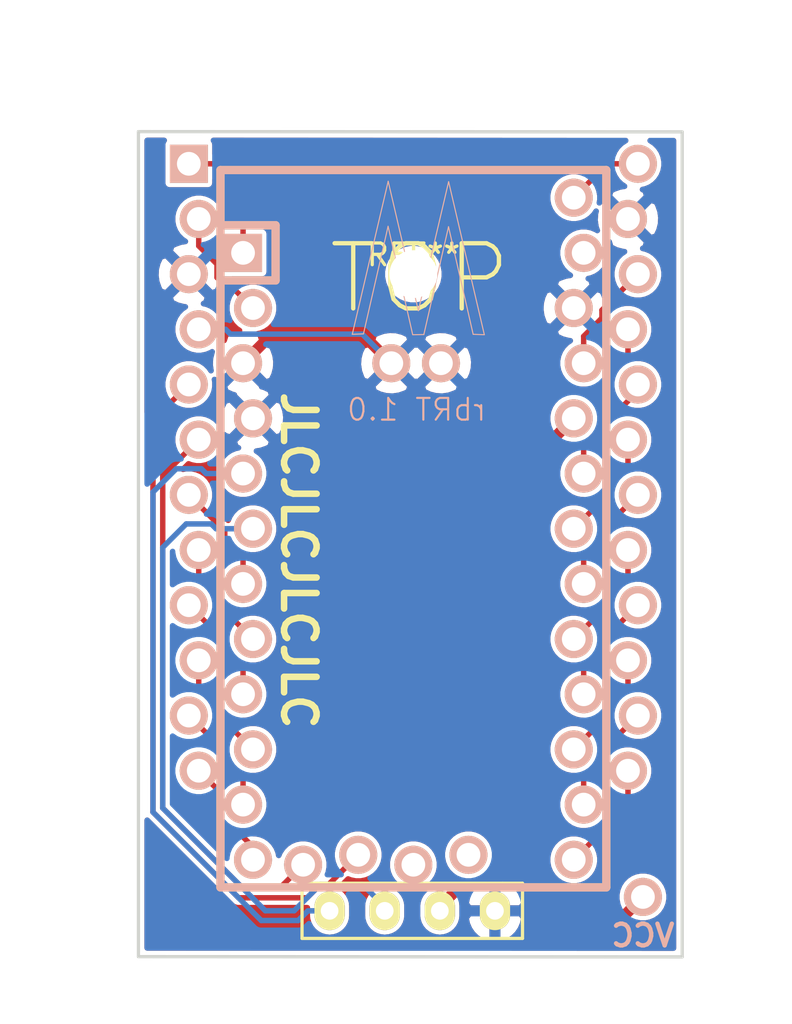
<source format=kicad_pcb>
(kicad_pcb (version 20171130) (host pcbnew 5.1.4+dfsg1-1~bpo10+1)

  (general
    (thickness 1.6)
    (drawings 22)
    (tracks 128)
    (zones 0)
    (modules 5)
    (nets 29)
  )

  (page A4)
  (layers
    (0 F.Cu signal)
    (31 B.Cu signal)
    (32 B.Adhes user)
    (33 F.Adhes user)
    (34 B.Paste user)
    (35 F.Paste user)
    (36 B.SilkS user)
    (37 F.SilkS user)
    (38 B.Mask user)
    (39 F.Mask user)
    (40 Dwgs.User user)
    (41 Cmts.User user)
    (42 Eco1.User user)
    (43 Eco2.User user)
    (44 Edge.Cuts user)
    (45 Margin user)
    (46 B.CrtYd user)
    (47 F.CrtYd user)
    (48 B.Fab user)
    (49 F.Fab user)
  )

  (setup
    (last_trace_width 0.508)
    (user_trace_width 0.508)
    (trace_clearance 0.2)
    (zone_clearance 0.2)
    (zone_45_only no)
    (trace_min 0.2)
    (via_size 0.8)
    (via_drill 0.4)
    (via_min_size 0.4)
    (via_min_drill 0.3)
    (uvia_size 0.3)
    (uvia_drill 0.1)
    (uvias_allowed no)
    (uvia_min_size 0.2)
    (uvia_min_drill 0.1)
    (edge_width 0.1)
    (segment_width 0.2)
    (pcb_text_width 0.3)
    (pcb_text_size 1.5 1.5)
    (mod_edge_width 0.15)
    (mod_text_size 1 1)
    (mod_text_width 0.15)
    (pad_size 1.7526 1.7526)
    (pad_drill 1.0922)
    (pad_to_mask_clearance 0)
    (aux_axis_origin 0 0)
    (visible_elements 7FFFFFFF)
    (pcbplotparams
      (layerselection 0x010f0_ffffffff)
      (usegerberextensions true)
      (usegerberattributes false)
      (usegerberadvancedattributes false)
      (creategerberjobfile false)
      (excludeedgelayer true)
      (linewidth 0.100000)
      (plotframeref false)
      (viasonmask false)
      (mode 1)
      (useauxorigin false)
      (hpglpennumber 1)
      (hpglpenspeed 20)
      (hpglpendiameter 15.000000)
      (psnegative false)
      (psa4output false)
      (plotreference true)
      (plotvalue true)
      (plotinvisibletext false)
      (padsonsilk false)
      (subtractmaskfromsilk true)
      (outputformat 1)
      (mirror false)
      (drillshape 0)
      (scaleselection 1)
      (outputdirectory "../../gerbers/"))
  )

  (net 0 "")
  (net 1 "Net-(U1-Pad24)")
  (net 2 "Net-(U1-Pad12)")
  (net 3 "Net-(U1-Pad22)")
  (net 4 "Net-(U1-Pad20)")
  (net 5 "Net-(U1-Pad19)")
  (net 6 "Net-(U1-Pad18)")
  (net 7 "Net-(U1-Pad17)")
  (net 8 "Net-(U1-Pad16)")
  (net 9 "Net-(U1-Pad15)")
  (net 10 "Net-(U1-Pad14)")
  (net 11 "Net-(U1-Pad13)")
  (net 12 "Net-(U1-Pad11)")
  (net 13 "Net-(U1-Pad10)")
  (net 14 "Net-(U1-Pad9)")
  (net 15 "Net-(U1-Pad8)")
  (net 16 "Net-(U1-Pad7)")
  (net 17 "Net-(U1-Pad4)")
  (net 18 "Net-(U1-Pad2)")
  (net 19 "Net-(U1-Pad1)")
  (net 20 "Net-(U1-Pad25)")
  (net 21 "Net-(U1-Pad26)")
  (net 22 "Net-(U1-Pad27)")
  (net 23 "Net-(U1-Pad28)")
  (net 24 SDA)
  (net 25 SCL)
  (net 26 VCC)
  (net 27 "Net-(U2-Pad21)")
  (net 28 GND)

  (net_class Default "This is the default net class."
    (clearance 0.2)
    (trace_width 0.25)
    (via_dia 0.8)
    (via_drill 0.4)
    (uvia_dia 0.3)
    (uvia_drill 0.1)
    (add_net GND)
    (add_net "Net-(U1-Pad1)")
    (add_net "Net-(U1-Pad10)")
    (add_net "Net-(U1-Pad11)")
    (add_net "Net-(U1-Pad12)")
    (add_net "Net-(U1-Pad13)")
    (add_net "Net-(U1-Pad14)")
    (add_net "Net-(U1-Pad15)")
    (add_net "Net-(U1-Pad16)")
    (add_net "Net-(U1-Pad17)")
    (add_net "Net-(U1-Pad18)")
    (add_net "Net-(U1-Pad19)")
    (add_net "Net-(U1-Pad2)")
    (add_net "Net-(U1-Pad20)")
    (add_net "Net-(U1-Pad22)")
    (add_net "Net-(U1-Pad24)")
    (add_net "Net-(U1-Pad25)")
    (add_net "Net-(U1-Pad26)")
    (add_net "Net-(U1-Pad27)")
    (add_net "Net-(U1-Pad28)")
    (add_net "Net-(U1-Pad4)")
    (add_net "Net-(U1-Pad7)")
    (add_net "Net-(U1-Pad8)")
    (add_net "Net-(U1-Pad9)")
    (add_net "Net-(U2-Pad21)")
    (add_net SCL)
    (add_net SDA)
    (add_net VCC)
  )

  (net_class GND ""
    (clearance 0.1)
    (trace_width 0.25)
    (via_dia 0.8)
    (via_drill 0.4)
    (uvia_dia 0.3)
    (uvia_drill 0.1)
  )

  (module Keebio-Parts:Elite-C-ZigZag (layer F.Cu) (tedit 5EFCC9B1) (tstamp 5EAE4D75)
    (at 89.68 72.4 270)
    (path /5E939961)
    (fp_text reference U1 (at 0 1.625 90) (layer F.SilkS) hide
      (effects (font (size 1 1) (thickness 0.2)))
    )
    (fp_text value ProMicro (at 0 0 90) (layer F.SilkS) hide
      (effects (font (size 1 1) (thickness 0.2)))
    )
    (fp_line (start -15.24 6.35) (end -15.24 8.89) (layer F.SilkS) (width 0.381))
    (fp_line (start -15.24 6.35) (end -15.24 8.89) (layer B.SilkS) (width 0.381))
    (fp_line (start -19.304 -3.556) (end -14.224 -3.556) (layer Dwgs.User) (width 0.2))
    (fp_line (start -19.304 3.81) (end -19.304 -3.556) (layer Dwgs.User) (width 0.2))
    (fp_line (start -14.224 3.81) (end -19.304 3.81) (layer Dwgs.User) (width 0.2))
    (fp_line (start -14.224 -3.556) (end -14.224 3.81) (layer Dwgs.User) (width 0.2))
    (fp_line (start -17.78 8.89) (end -15.24 8.89) (layer F.SilkS) (width 0.381))
    (fp_line (start -17.78 -8.89) (end -17.78 8.89) (layer F.SilkS) (width 0.381))
    (fp_line (start -15.24 -8.89) (end -17.78 -8.89) (layer F.SilkS) (width 0.381))
    (fp_line (start -17.78 -8.89) (end -17.78 8.89) (layer B.SilkS) (width 0.381))
    (fp_line (start -17.78 8.89) (end 15.24 8.89) (layer B.SilkS) (width 0.381))
    (fp_line (start 15.24 8.89) (end 15.24 -8.89) (layer B.SilkS) (width 0.381))
    (fp_line (start 15.24 -8.89) (end -17.78 -8.89) (layer B.SilkS) (width 0.381))
    (fp_line (start -12.7 6.35) (end -12.7 8.89) (layer F.SilkS) (width 0.381))
    (fp_line (start -15.24 6.35) (end -12.7 6.35) (layer F.SilkS) (width 0.381))
    (fp_line (start 15.24 -8.89) (end -15.24 -8.89) (layer F.SilkS) (width 0.381))
    (fp_line (start 15.24 8.89) (end 15.24 -8.89) (layer F.SilkS) (width 0.381))
    (fp_line (start -15.24 8.89) (end 15.24 8.89) (layer F.SilkS) (width 0.381))
    (fp_line (start -15.24 6.35) (end -12.7 6.35) (layer B.SilkS) (width 0.381))
    (fp_line (start -12.7 6.35) (end -12.7 8.89) (layer B.SilkS) (width 0.381))
    (pad 25 thru_hole circle (at 14.1986 5.08 270) (size 1.7526 1.7526) (drill 1.0922) (layers *.Cu *.SilkS *.Mask)
      (net 20 "Net-(U1-Pad25)"))
    (pad 26 thru_hole circle (at 13.7414 2.54 270) (size 1.7526 1.7526) (drill 1.0922) (layers *.Cu *.SilkS *.Mask)
      (net 21 "Net-(U1-Pad26)"))
    (pad 27 thru_hole circle (at 14.1986 0 270) (size 1.7526 1.7526) (drill 1.0922) (layers *.Cu *.SilkS *.Mask)
      (net 22 "Net-(U1-Pad27)"))
    (pad 28 thru_hole circle (at 13.7414 -2.54 270) (size 1.7526 1.7526) (drill 1.0922) (layers *.Cu *.SilkS *.Mask)
      (net 23 "Net-(U1-Pad28)"))
    (pad 24 thru_hole circle (at -13.97 -7.8486 270) (size 1.7526 1.7526) (drill 1.0922) (layers *.Cu *.SilkS *.Mask))
    (pad 12 thru_hole circle (at 13.97 7.3914 270) (size 1.7526 1.7526) (drill 1.0922) (layers *.Cu *.SilkS *.Mask)
      (net 2 "Net-(U1-Pad12)"))
    (pad 23 thru_hole circle (at -11.43 -7.3914 270) (size 1.7526 1.7526) (drill 1.0922) (layers *.Cu *.SilkS *.Mask)
      (net 28 GND))
    (pad 22 thru_hole circle (at -8.89 -7.8486 270) (size 1.7526 1.7526) (drill 1.0922) (layers *.Cu *.SilkS *.Mask)
      (net 3 "Net-(U1-Pad22)"))
    (pad 21 thru_hole circle (at -6.35 -7.3914 270) (size 1.7526 1.7526) (drill 1.0922) (layers *.Cu *.SilkS *.Mask)
      (net 26 VCC))
    (pad 20 thru_hole circle (at -3.81 -7.8486 270) (size 1.7526 1.7526) (drill 1.0922) (layers *.Cu *.SilkS *.Mask)
      (net 4 "Net-(U1-Pad20)"))
    (pad 19 thru_hole circle (at -1.27 -7.3914 270) (size 1.7526 1.7526) (drill 1.0922) (layers *.Cu *.SilkS *.Mask)
      (net 5 "Net-(U1-Pad19)"))
    (pad 18 thru_hole circle (at 1.27 -7.8486 270) (size 1.7526 1.7526) (drill 1.0922) (layers *.Cu *.SilkS *.Mask)
      (net 6 "Net-(U1-Pad18)"))
    (pad 17 thru_hole circle (at 3.81 -7.3914 270) (size 1.7526 1.7526) (drill 1.0922) (layers *.Cu *.SilkS *.Mask)
      (net 7 "Net-(U1-Pad17)"))
    (pad 16 thru_hole circle (at 6.35 -7.8486 270) (size 1.7526 1.7526) (drill 1.0922) (layers *.Cu *.SilkS *.Mask)
      (net 8 "Net-(U1-Pad16)"))
    (pad 15 thru_hole circle (at 8.89 -7.3914 270) (size 1.7526 1.7526) (drill 1.0922) (layers *.Cu *.SilkS *.Mask)
      (net 9 "Net-(U1-Pad15)"))
    (pad 14 thru_hole circle (at 11.43 -7.8486 270) (size 1.7526 1.7526) (drill 1.0922) (layers *.Cu *.SilkS *.Mask)
      (net 10 "Net-(U1-Pad14)"))
    (pad 13 thru_hole circle (at 13.97 -7.3914 270) (size 1.7526 1.7526) (drill 1.0922) (layers *.Cu *.SilkS *.Mask)
      (net 11 "Net-(U1-Pad13)"))
    (pad 11 thru_hole circle (at 11.43 7.8486 270) (size 1.7526 1.7526) (drill 1.0922) (layers *.Cu *.SilkS *.Mask)
      (net 12 "Net-(U1-Pad11)"))
    (pad 10 thru_hole circle (at 8.89 7.3914 270) (size 1.7526 1.7526) (drill 1.0922) (layers *.Cu *.SilkS *.Mask)
      (net 13 "Net-(U1-Pad10)"))
    (pad 9 thru_hole circle (at 6.35 7.8486 270) (size 1.7526 1.7526) (drill 1.0922) (layers *.Cu *.SilkS *.Mask)
      (net 14 "Net-(U1-Pad9)"))
    (pad 8 thru_hole circle (at 3.81 7.3914 270) (size 1.7526 1.7526) (drill 1.0922) (layers *.Cu *.SilkS *.Mask)
      (net 15 "Net-(U1-Pad8)"))
    (pad 7 thru_hole circle (at 1.27 7.8486 270) (size 1.7526 1.7526) (drill 1.0922) (layers *.Cu *.SilkS *.Mask)
      (net 16 "Net-(U1-Pad7)"))
    (pad 6 thru_hole circle (at -1.27 7.3914 270) (size 1.7526 1.7526) (drill 1.0922) (layers *.Cu *.SilkS *.Mask)
      (net 25 SCL))
    (pad 5 thru_hole circle (at -3.81 7.8486 270) (size 1.7526 1.7526) (drill 1.0922) (layers *.Cu *.SilkS *.Mask)
      (net 24 SDA))
    (pad 4 thru_hole circle (at -6.35 7.3914 270) (size 1.7526 1.7526) (drill 1.0922) (layers *.Cu *.SilkS *.Mask)
      (net 28 GND))
    (pad 3 thru_hole circle (at -8.89 7.8486 270) (size 1.7526 1.7526) (drill 1.0922) (layers *.Cu *.SilkS *.Mask)
      (net 28 GND))
    (pad 2 thru_hole circle (at -11.43 7.3914 270) (size 1.7526 1.7526) (drill 1.0922) (layers *.Cu *.SilkS *.Mask)
      (net 18 "Net-(U1-Pad2)"))
    (pad 1 thru_hole rect (at -13.97 7.8486 270) (size 1.7526 1.7526) (drill 1.0922) (layers *.Cu *.SilkS *.Mask)
      (net 19 "Net-(U1-Pad1)"))
    (pad 24 thru_hole circle (at -16.51 -7.3914 270) (size 1.7526 1.7526) (drill 1.0922) (layers *.Cu *.SilkS *.Mask))
    (pad 3 thru_hole circle (at -8.89 1.016 270) (size 1.7526 1.7526) (drill 1.0922) (layers *.Cu *.SilkS *.Mask)
      (net 28 GND))
    (pad 3 thru_hole circle (at -8.89 -1.27 270) (size 1.7526 1.7526) (drill 1.0922) (layers *.Cu *.SilkS *.Mask)
      (net 28 GND))
    (model /Users/danny/Documents/proj/custom-keyboard/kicad-libs/3d_models/ArduinoProMicro.wrl
      (offset (xyz -13.96999979019165 -7.619999885559082 -5.841999912261963))
      (scale (xyz 0.395 0.395 0.395))
      (rotate (xyz 90 180 180))
    )
  )

  (module Keebio-Parts:SinglePad (layer F.Cu) (tedit 5EFC843C) (tstamp 5EFCDC50)
    (at 100.26 88.08)
    (fp_text reference J6 (at 0 -1.778) (layer Dwgs.User) hide
      (effects (font (size 1 1) (thickness 0.2)))
    )
    (fp_text value VCC (at 0 1.778) (layer B.SilkS)
      (effects (font (size 1 1) (thickness 0.2)) (justify mirror))
    )
    (pad 1 thru_hole circle (at 0 0 270) (size 1.7526 1.7526) (drill 1.0922) (layers *.Cu *.SilkS *.Mask)
      (net 26 VCC))
  )

  (module MountingHole:MountingHole_2.2mm_M2 (layer F.Cu) (tedit 5EFBB470) (tstamp 5EFBB4C4)
    (at 89.69 61.72)
    (descr "Mounting Hole 2.2mm, no annular, M2")
    (tags "mounting hole 2.2mm no annular m2")
    (attr virtual)
    (fp_text reference REF** (at 0 -3.2) (layer F.SilkS)
      (effects (font (size 1 1) (thickness 0.15)))
    )
    (fp_text value MountingHole_2.2mm_M2 (at 0 3.2) (layer F.Fab)
      (effects (font (size 1 1) (thickness 0.15)))
    )
    (fp_text user %R (at 0.3 0) (layer F.Fab)
      (effects (font (size 1 1) (thickness 0.15)))
    )
    (fp_circle (center 0 0) (end 2.2 0) (layer Cmts.User) (width 0.15))
    (fp_circle (center 0 0) (end 2.45 0) (layer F.CrtYd) (width 0.05))
    (pad "" np_thru_hole circle (at -0.01 -2.31) (size 2.2 2.2) (drill 2.2) (layers *.Cu *.Mask))
  )

  (module kbd:OLED_1side (layer F.Cu) (tedit 5EFB87EF) (tstamp 5EAEC976)
    (at 85.82 88.72)
    (descr "Connecteur 6 pins")
    (tags "CONN DEV")
    (path /5A91DA4B)
    (fp_text reference J1 (at 3.7 2.1 180) (layer F.Fab)
      (effects (font (size 0.8128 0.8128) (thickness 0.15)))
    )
    (fp_text value OLED (at 3.6 3.3) (layer F.SilkS) hide
      (effects (font (size 0.8128 0.8128) (thickness 0.15)))
    )
    (fp_line (start -1.27 1.27) (end 8.89 1.27) (layer F.SilkS) (width 0.15))
    (fp_line (start -1.27 -1.27) (end 8.89 -1.27) (layer F.SilkS) (width 0.15))
    (fp_line (start 8.89 -1.27) (end 8.89 1.27) (layer F.SilkS) (width 0.15))
    (fp_line (start -1.27 1.27) (end -1.27 -1.27) (layer F.SilkS) (width 0.15))
    (fp_text user OLED (at 3.906 -2.284) (layer F.SilkS) hide
      (effects (font (size 1 1) (thickness 0.15)))
    )
    (pad 1 thru_hole oval (at 0 0) (size 1.397 1.778) (drill 0.8128) (layers *.Cu F.SilkS B.Mask)
      (net 24 SDA))
    (pad 2 thru_hole oval (at 2.54 0) (size 1.397 1.778) (drill 0.8128) (layers *.Cu F.SilkS B.Mask)
      (net 25 SCL))
    (pad 3 thru_hole oval (at 5.08 0) (size 1.397 1.778) (drill 0.8128) (layers *.Cu F.SilkS B.Mask)
      (net 26 VCC))
    (pad 4 thru_hole oval (at 7.62 0) (size 1.397 1.778) (drill 0.8128) (layers *.Cu F.SilkS B.Mask)
      (net 28 GND))
  )

  (module Keebio-Parts:ArduinoProMicro-Mini-USB-ZigZag (layer F.Cu) (tedit 5EFBB1CE) (tstamp 5EADD8E0)
    (at 89.68 68.3 270)
    (path /5E9394F7)
    (fp_text reference U2 (at 0 1.125 90) (layer F.SilkS) hide
      (effects (font (size 1.27 1.524) (thickness 0.2032)))
    )
    (fp_text value ProMicro (at 0 -1 90) (layer F.SilkS) hide
      (effects (font (size 1.27 1.524) (thickness 0.2032)))
    )
    (pad 24 thru_hole circle (at -13.97 -10.3486 270) (size 1.7526 1.7526) (drill 1.0922) (layers *.Cu *.SilkS *.Mask)
      (net 1 "Net-(U1-Pad24)"))
    (pad 12 thru_hole circle (at 13.97 9.8914 270) (size 1.7526 1.7526) (drill 1.0922) (layers *.Cu *.SilkS *.Mask)
      (net 2 "Net-(U1-Pad12)"))
    (pad 23 thru_hole circle (at -11.43 -9.8914 270) (size 1.7526 1.7526) (drill 1.0922) (layers *.Cu *.SilkS *.Mask)
      (net 28 GND))
    (pad 22 thru_hole circle (at -8.89 -10.3486 270) (size 1.7526 1.7526) (drill 1.0922) (layers *.Cu *.SilkS *.Mask)
      (net 3 "Net-(U1-Pad22)"))
    (pad 21 thru_hole circle (at -6.35 -9.8914 270) (size 1.7526 1.7526) (drill 1.0922) (layers *.Cu *.SilkS *.Mask)
      (net 27 "Net-(U2-Pad21)"))
    (pad 20 thru_hole circle (at -3.81 -10.3486 270) (size 1.7526 1.7526) (drill 1.0922) (layers *.Cu *.SilkS *.Mask)
      (net 4 "Net-(U1-Pad20)"))
    (pad 19 thru_hole circle (at -1.27 -9.8914 270) (size 1.7526 1.7526) (drill 1.0922) (layers *.Cu *.SilkS *.Mask)
      (net 5 "Net-(U1-Pad19)"))
    (pad 18 thru_hole circle (at 1.27 -10.3486 270) (size 1.7526 1.7526) (drill 1.0922) (layers *.Cu *.SilkS *.Mask)
      (net 6 "Net-(U1-Pad18)"))
    (pad 17 thru_hole circle (at 3.81 -9.8914 270) (size 1.7526 1.7526) (drill 1.0922) (layers *.Cu *.SilkS *.Mask)
      (net 7 "Net-(U1-Pad17)"))
    (pad 16 thru_hole circle (at 6.35 -10.3486 270) (size 1.7526 1.7526) (drill 1.0922) (layers *.Cu *.SilkS *.Mask)
      (net 8 "Net-(U1-Pad16)"))
    (pad 15 thru_hole circle (at 8.89 -9.8914 270) (size 1.7526 1.7526) (drill 1.0922) (layers *.Cu *.SilkS *.Mask)
      (net 9 "Net-(U1-Pad15)"))
    (pad 14 thru_hole circle (at 11.43 -10.3486 270) (size 1.7526 1.7526) (drill 1.0922) (layers *.Cu *.SilkS *.Mask)
      (net 10 "Net-(U1-Pad14)"))
    (pad 13 thru_hole circle (at 13.97 -9.8914 270) (size 1.7526 1.7526) (drill 1.0922) (layers *.Cu *.SilkS *.Mask)
      (net 11 "Net-(U1-Pad13)"))
    (pad 11 thru_hole circle (at 11.43 10.3486 270) (size 1.7526 1.7526) (drill 1.0922) (layers *.Cu *.SilkS *.Mask)
      (net 12 "Net-(U1-Pad11)"))
    (pad 10 thru_hole circle (at 8.89 9.8914 270) (size 1.7526 1.7526) (drill 1.0922) (layers *.Cu *.SilkS *.Mask)
      (net 13 "Net-(U1-Pad10)"))
    (pad 9 thru_hole circle (at 6.35 10.3486 270) (size 1.7526 1.7526) (drill 1.0922) (layers *.Cu *.SilkS *.Mask)
      (net 14 "Net-(U1-Pad9)"))
    (pad 8 thru_hole circle (at 3.81 9.8914 270) (size 1.7526 1.7526) (drill 1.0922) (layers *.Cu *.SilkS *.Mask)
      (net 15 "Net-(U1-Pad8)"))
    (pad 7 thru_hole circle (at 1.27 10.3486 270) (size 1.7526 1.7526) (drill 1.0922) (layers *.Cu *.SilkS *.Mask)
      (net 16 "Net-(U1-Pad7)"))
    (pad 6 thru_hole circle (at -1.27 9.8914 270) (size 1.7526 1.7526) (drill 1.0922) (layers *.Cu *.SilkS *.Mask)
      (net 20 "Net-(U1-Pad25)"))
    (pad 5 thru_hole circle (at -3.81 10.3486 270) (size 1.7526 1.7526) (drill 1.0922) (layers *.Cu *.SilkS *.Mask)
      (net 21 "Net-(U1-Pad26)"))
    (pad 4 thru_hole circle (at -6.35 9.8914 270) (size 1.7526 1.7526) (drill 1.0922) (layers *.Cu *.SilkS *.Mask)
      (net 17 "Net-(U1-Pad4)"))
    (pad 3 thru_hole circle (at -8.89 10.3486 270) (size 1.7526 1.7526) (drill 1.0922) (layers *.Cu *.SilkS *.Mask)
      (net 28 GND))
    (pad 2 thru_hole circle (at -11.43 9.8914 270) (size 1.7526 1.7526) (drill 1.0922) (layers *.Cu *.SilkS *.Mask)
      (net 18 "Net-(U1-Pad2)"))
    (pad 1 thru_hole rect (at -13.97 10.3486 270) (size 1.7526 1.7526) (drill 1.0922) (layers *.Cu *.SilkS *.Mask)
      (net 19 "Net-(U1-Pad1)"))
  )

  (gr_text JLCJLCJLCJLC (at 84.4 72.59 270) (layer F.SilkS) (tstamp 5EAF14E0)
    (effects (font (size 1.5 1.5) (thickness 0.3)))
  )
  (gr_text TOP (at 89.98 59.61) (layer F.SilkS) (tstamp 5EAE5D93)
    (effects (font (size 3 3) (thickness 0.2)))
  )
  (gr_text "rbRT 1.0" (at 89.83 65.65) (layer B.SilkS) (tstamp 5EADD511)
    (effects (font (size 1 1) (thickness 0.1)) (justify mirror))
  )
  (gr_line (start 77.01 52.85) (end 102.07 52.86) (layer Edge.Cuts) (width 0.15) (tstamp 5EAE524E))
  (gr_line (start 77.01 90.83) (end 102.07 90.84) (layer Edge.Cuts) (width 0.15) (tstamp 5EFC3E92))
  (gr_line (start 77.01 52.85) (end 77.01 90.83) (layer Edge.Cuts) (width 0.15) (tstamp 5EAE5263))
  (gr_line (start 102.07 52.86) (end 102.07 90.84) (layer Edge.Cuts) (width 0.15) (tstamp 5EAE523C))
  (gr_line (start 78.08 52.86) (end 101.2 52.86) (layer Dwgs.User) (width 0.15) (tstamp 5EAE5184))
  (gr_line (start 78.08 52.86) (end 78.09 83.65) (layer Dwgs.User) (width 0.15) (tstamp 5EAE5181))
  (gr_line (start 101.2 52.86) (end 101.21 83.65) (layer Dwgs.User) (width 0.15) (tstamp 5EADD0BF))
  (gr_line (start 78.09 83.65) (end 101.21 83.65) (layer Dwgs.User) (width 0.15) (tstamp 5EADD0AF))
  (gr_line (start 92.435465 62.179613) (end 92.950906 62.199226) (layer B.SilkS) (width 0.05) (tstamp 5EAE539D))
  (gr_line (start 86.864559 62.179613) (end 87.38 62.16) (layer B.SilkS) (width 0.05) (tstamp 5EAE53A0))
  (gr_line (start 90.163527 62.190132) (end 91.300459 57.22777) (layer B.SilkS) (width 0.05) (tstamp 5EAE53A3))
  (gr_line (start 89.650012 62.199226) (end 90.163527 62.190132) (layer B.SilkS) (width 0.05) (tstamp 5EAE53A6))
  (gr_line (start 91.300459 57.22777) (end 92.435465 62.179613) (layer B.SilkS) (width 0.05) (tstamp 5EAE53A9))
  (gr_line (start 91.305248 55.154467) (end 89.910037 61.092551) (layer B.SilkS) (width 0.05) (tstamp 5EAE53AC))
  (gr_line (start 92.950906 62.199226) (end 91.305248 55.154467) (layer B.SilkS) (width 0.05) (tstamp 5EAE53AF))
  (gr_line (start 88.515006 57.208157) (end 89.650012 62.199226) (layer B.SilkS) (width 0.05) (tstamp 5EAE53B2))
  (gr_line (start 88.519796 55.134854) (end 86.864559 62.179613) (layer B.SilkS) (width 0.05) (tstamp 5EAE53B5))
  (gr_line (start 89.910037 61.092551) (end 88.519796 55.134854) (layer B.SilkS) (width 0.05) (tstamp 5EAE53B8))
  (gr_line (start 87.38 62.16) (end 88.515006 57.208157) (layer B.SilkS) (width 0.05) (tstamp 5EAE53BB))

  (segment (start 98.6314 54.33) (end 100.0286 54.33) (width 0.25) (layer F.Cu) (net 1))
  (segment (start 97.0714 55.89) (end 98.6314 54.33) (width 0.25) (layer F.Cu) (net 1))
  (segment (start 82.2886 85.7786) (end 82.2886 86.37) (width 0.25) (layer F.Cu) (net 2))
  (segment (start 81.83 85.32) (end 82.2886 85.7786) (width 0.25) (layer F.Cu) (net 2))
  (segment (start 79.7886 82.27) (end 80.630099 83.111499) (width 0.25) (layer F.Cu) (net 2))
  (segment (start 80.630099 83.111499) (end 80.630099 84.406625) (width 0.25) (layer F.Cu) (net 2))
  (segment (start 80.630099 84.406625) (end 81.254775 85.031301) (width 0.25) (layer F.Cu) (net 2))
  (segment (start 81.254775 85.031301) (end 81.651301 85.031301) (width 0.25) (layer F.Cu) (net 2))
  (segment (start 81.651301 85.031301) (end 81.83 85.21) (width 0.25) (layer F.Cu) (net 2))
  (segment (start 81.83 85.21) (end 81.83 85.32) (width 0.25) (layer F.Cu) (net 2))
  (segment (start 97.5286 62.270725) (end 97.5286 63.51) (width 0.25) (layer F.Cu) (net 3))
  (segment (start 98.370099 61.429226) (end 97.5286 62.270725) (width 0.25) (layer F.Cu) (net 3))
  (segment (start 98.370099 61.068501) (end 98.370099 61.429226) (width 0.25) (layer F.Cu) (net 3))
  (segment (start 100.0286 59.41) (end 98.370099 61.068501) (width 0.25) (layer F.Cu) (net 3))
  (segment (start 97.5286 67.350725) (end 97.5286 68.59) (width 0.25) (layer F.Cu) (net 4))
  (segment (start 97.5286 67.294874) (end 97.5286 67.350725) (width 0.25) (layer F.Cu) (net 4))
  (segment (start 100.0286 64.794874) (end 97.5286 67.294874) (width 0.25) (layer F.Cu) (net 4))
  (segment (start 100.0286 64.49) (end 100.0286 64.794874) (width 0.25) (layer F.Cu) (net 4))
  (segment (start 97.947699 70.253701) (end 97.0714 71.13) (width 0.25) (layer F.Cu) (net 5))
  (segment (start 97.947699 69.892976) (end 97.947699 70.253701) (width 0.25) (layer F.Cu) (net 5))
  (segment (start 99.5714 68.269275) (end 97.947699 69.892976) (width 0.25) (layer F.Cu) (net 5))
  (segment (start 99.5714 67.03) (end 99.5714 68.269275) (width 0.25) (layer F.Cu) (net 5))
  (segment (start 98.370099 71.589226) (end 97.5286 72.430725) (width 0.25) (layer F.Cu) (net 6))
  (segment (start 98.370099 71.228501) (end 98.370099 71.589226) (width 0.25) (layer F.Cu) (net 6))
  (segment (start 97.5286 72.430725) (end 97.5286 73.67) (width 0.25) (layer F.Cu) (net 6))
  (segment (start 100.0286 69.57) (end 98.370099 71.228501) (width 0.25) (layer F.Cu) (net 6))
  (segment (start 97.947699 75.333701) (end 97.0714 76.21) (width 0.25) (layer F.Cu) (net 7))
  (segment (start 97.947699 75.028827) (end 97.947699 75.333701) (width 0.25) (layer F.Cu) (net 7))
  (segment (start 99.5714 73.405126) (end 97.947699 75.028827) (width 0.25) (layer F.Cu) (net 7))
  (segment (start 99.5714 72.11) (end 99.5714 73.405126) (width 0.25) (layer F.Cu) (net 7))
  (segment (start 97.5286 77.510725) (end 97.5286 78.75) (width 0.25) (layer F.Cu) (net 8))
  (segment (start 98.370099 76.669226) (end 97.5286 77.510725) (width 0.25) (layer F.Cu) (net 8))
  (segment (start 98.370099 76.308501) (end 98.370099 76.669226) (width 0.25) (layer F.Cu) (net 8))
  (segment (start 100.0286 74.65) (end 98.370099 76.308501) (width 0.25) (layer F.Cu) (net 8))
  (segment (start 97.947699 80.413701) (end 97.0714 81.29) (width 0.25) (layer F.Cu) (net 9))
  (segment (start 97.947699 80.052976) (end 97.947699 80.413701) (width 0.25) (layer F.Cu) (net 9))
  (segment (start 99.5714 78.429275) (end 97.947699 80.052976) (width 0.25) (layer F.Cu) (net 9))
  (segment (start 99.5714 77.19) (end 99.5714 78.429275) (width 0.25) (layer F.Cu) (net 9))
  (segment (start 98.370099 81.749226) (end 97.5286 82.590725) (width 0.25) (layer F.Cu) (net 10))
  (segment (start 98.370099 81.388501) (end 98.370099 81.749226) (width 0.25) (layer F.Cu) (net 10))
  (segment (start 97.5286 82.590725) (end 97.5286 83.83) (width 0.25) (layer F.Cu) (net 10))
  (segment (start 100.0286 79.73) (end 98.370099 81.388501) (width 0.25) (layer F.Cu) (net 10))
  (segment (start 99.5714 83.87) (end 99.5714 82.27) (width 0.25) (layer F.Cu) (net 11))
  (segment (start 97.0714 86.37) (end 99.5714 83.87) (width 0.25) (layer F.Cu) (net 11))
  (segment (start 81.8314 82.590725) (end 81.8314 83.83) (width 0.25) (layer F.Cu) (net 12))
  (segment (start 80.989901 81.749226) (end 81.8314 82.590725) (width 0.25) (layer F.Cu) (net 12))
  (segment (start 80.989901 81.388501) (end 80.989901 81.749226) (width 0.25) (layer F.Cu) (net 12))
  (segment (start 79.3314 79.73) (end 80.989901 81.388501) (width 0.25) (layer F.Cu) (net 12))
  (segment (start 81.412301 80.413701) (end 82.2886 81.29) (width 0.25) (layer F.Cu) (net 13))
  (segment (start 81.412301 80.108827) (end 81.412301 80.413701) (width 0.25) (layer F.Cu) (net 13))
  (segment (start 79.7886 78.485126) (end 81.412301 80.108827) (width 0.25) (layer F.Cu) (net 13))
  (segment (start 79.7886 77.19) (end 79.7886 78.485126) (width 0.25) (layer F.Cu) (net 13))
  (segment (start 81.8314 77.510725) (end 81.8314 78.75) (width 0.25) (layer F.Cu) (net 14))
  (segment (start 80.989901 76.669226) (end 81.8314 77.510725) (width 0.25) (layer F.Cu) (net 14))
  (segment (start 80.989901 76.308501) (end 80.989901 76.669226) (width 0.25) (layer F.Cu) (net 14))
  (segment (start 79.3314 74.65) (end 80.989901 76.308501) (width 0.25) (layer F.Cu) (net 14))
  (segment (start 81.412301 75.333701) (end 82.2886 76.21) (width 0.25) (layer F.Cu) (net 15))
  (segment (start 81.412301 74.952975) (end 81.412301 75.333701) (width 0.25) (layer F.Cu) (net 15))
  (segment (start 79.7886 73.329274) (end 81.412301 74.952975) (width 0.25) (layer F.Cu) (net 15))
  (segment (start 79.7886 72.11) (end 79.7886 73.329274) (width 0.25) (layer F.Cu) (net 15))
  (segment (start 81.8314 72.430725) (end 81.8314 73.67) (width 0.25) (layer F.Cu) (net 16))
  (segment (start 80.989901 71.589226) (end 81.8314 72.430725) (width 0.25) (layer F.Cu) (net 16))
  (segment (start 80.989901 71.228501) (end 80.989901 71.589226) (width 0.25) (layer F.Cu) (net 16))
  (segment (start 79.3314 69.57) (end 80.989901 71.228501) (width 0.25) (layer F.Cu) (net 16))
  (segment (start 81.027875 61.95) (end 79.7886 61.95) (width 0.25) (layer B.Cu) (net 17))
  (segment (start 81.249176 62.171301) (end 81.027875 61.95) (width 0.25) (layer B.Cu) (net 17))
  (segment (start 87.325301 62.171301) (end 81.249176 62.171301) (width 0.25) (layer B.Cu) (net 17))
  (segment (start 88.664 63.51) (end 87.325301 62.171301) (width 0.25) (layer B.Cu) (net 17))
  (segment (start 81.412301 60.093701) (end 82.2886 60.97) (width 0.25) (layer F.Cu) (net 18))
  (segment (start 81.157499 60.093701) (end 81.412301 60.093701) (width 0.25) (layer F.Cu) (net 18))
  (segment (start 80.630099 59.566301) (end 81.157499 60.093701) (width 0.25) (layer F.Cu) (net 18))
  (segment (start 80.630099 58.950774) (end 80.630099 59.566301) (width 0.25) (layer F.Cu) (net 18))
  (segment (start 79.7886 58.109275) (end 80.630099 58.950774) (width 0.25) (layer F.Cu) (net 18))
  (segment (start 79.7886 56.87) (end 79.7886 58.109275) (width 0.25) (layer F.Cu) (net 18))
  (segment (start 81.8314 57.3037) (end 81.8314 58.43) (width 0.25) (layer F.Cu) (net 19))
  (segment (start 81.8314 55.7037) (end 81.8314 57.3037) (width 0.25) (layer F.Cu) (net 19))
  (segment (start 80.4577 54.33) (end 81.8314 55.7037) (width 0.25) (layer F.Cu) (net 19))
  (segment (start 79.3314 54.33) (end 80.4577 54.33) (width 0.25) (layer F.Cu) (net 19))
  (segment (start 83.723701 87.474899) (end 84.6 86.5986) (width 0.25) (layer F.Cu) (net 20))
  (segment (start 81.810674 87.67) (end 83.5286 87.67) (width 0.25) (layer F.Cu) (net 20))
  (segment (start 83.5286 87.67) (end 83.723701 87.474899) (width 0.25) (layer F.Cu) (net 20))
  (segment (start 78.130099 83.989425) (end 81.810674 87.67) (width 0.25) (layer F.Cu) (net 20))
  (segment (start 78.130099 68.688501) (end 78.130099 83.989425) (width 0.25) (layer F.Cu) (net 20))
  (segment (start 79.7886 67.03) (end 78.130099 68.688501) (width 0.25) (layer F.Cu) (net 20))
  (segment (start 86.263701 87.017699) (end 87.14 86.1414) (width 0.25) (layer F.Cu) (net 21))
  (segment (start 77.68009 84.175826) (end 81.624274 88.12001) (width 0.25) (layer F.Cu) (net 21))
  (segment (start 77.680089 66.141311) (end 77.68009 84.175826) (width 0.25) (layer F.Cu) (net 21))
  (segment (start 79.3314 64.49) (end 77.680089 66.141311) (width 0.25) (layer F.Cu) (net 21))
  (segment (start 84.782029 88.12001) (end 81.624274 88.12001) (width 0.25) (layer F.Cu) (net 21))
  (segment (start 85.396049 87.50599) (end 84.782029 88.12001) (width 0.25) (layer F.Cu) (net 21))
  (segment (start 87.14 86.1414) (end 85.77541 87.50599) (width 0.25) (layer F.Cu) (net 21))
  (segment (start 85.77541 87.50599) (end 85.396049 87.50599) (width 0.25) (layer F.Cu) (net 21))
  (segment (start 77.680089 69.443385) (end 77.68009 84.175826) (width 0.25) (layer B.Cu) (net 24))
  (segment (start 79.908025 68.368699) (end 78.754775 68.368699) (width 0.25) (layer B.Cu) (net 24))
  (segment (start 80.129326 68.59) (end 79.908025 68.368699) (width 0.25) (layer B.Cu) (net 24))
  (segment (start 78.754775 68.368699) (end 77.680089 69.443385) (width 0.25) (layer B.Cu) (net 24))
  (segment (start 81.8314 68.59) (end 80.129326 68.59) (width 0.25) (layer B.Cu) (net 24))
  (segment (start 82.670264 89.166) (end 82.317132 88.812868) (width 0.25) (layer B.Cu) (net 24))
  (segment (start 85.82 88.72) (end 84.818449 88.72) (width 0.25) (layer B.Cu) (net 24))
  (segment (start 84.372449 89.166) (end 82.670264 89.166) (width 0.25) (layer B.Cu) (net 24))
  (segment (start 84.818449 88.72) (end 84.372449 89.166) (width 0.25) (layer B.Cu) (net 24))
  (segment (start 77.68009 84.175826) (end 82.317132 88.812868) (width 0.25) (layer B.Cu) (net 24))
  (segment (start 78.130099 71.990575) (end 78.130099 83.989425) (width 0.25) (layer B.Cu) (net 25))
  (segment (start 80.586526 71.13) (end 80.365225 70.908699) (width 0.25) (layer B.Cu) (net 25))
  (segment (start 78.130099 83.989425) (end 82.856664 88.71599) (width 0.25) (layer B.Cu) (net 25))
  (segment (start 79.211975 70.908699) (end 78.130099 71.990575) (width 0.25) (layer B.Cu) (net 25))
  (segment (start 80.365225 70.908699) (end 79.211975 70.908699) (width 0.25) (layer B.Cu) (net 25))
  (segment (start 82.2886 71.13) (end 80.586526 71.13) (width 0.25) (layer B.Cu) (net 25))
  (segment (start 87.33649 87.50599) (end 88.36 88.5295) (width 0.25) (layer B.Cu) (net 25))
  (segment (start 85.396049 87.50599) (end 87.33649 87.50599) (width 0.25) (layer B.Cu) (net 25))
  (segment (start 88.36 88.5295) (end 88.36 88.72) (width 0.25) (layer B.Cu) (net 25))
  (segment (start 84.186049 88.71599) (end 85.396049 87.50599) (width 0.25) (layer B.Cu) (net 25))
  (segment (start 82.856664 88.71599) (end 84.186049 88.71599) (width 0.25) (layer B.Cu) (net 25))
  (segment (start 90.9 88.72) (end 90.9 88.5295) (width 0.25) (layer F.Cu) (net 26))
  (segment (start 91.92351 87.50599) (end 92.88401 87.50599) (width 0.508) (layer F.Cu) (net 26))
  (segment (start 90.9 88.5295) (end 91.92351 87.50599) (width 0.508) (layer F.Cu) (net 26))
  (segment (start 93.92 69.2014) (end 97.0714 66.05) (width 0.508) (layer F.Cu) (net 26))
  (segment (start 93.92 86.47) (end 93.92 69.2014) (width 0.508) (layer F.Cu) (net 26))
  (segment (start 92.88401 87.50599) (end 93.745 86.645) (width 0.508) (layer F.Cu) (net 26))
  (segment (start 93.745 86.645) (end 93.92 86.47) (width 0.508) (layer F.Cu) (net 26))
  (segment (start 96.84 89.74) (end 98.6 89.74) (width 0.508) (layer F.Cu) (net 26))
  (segment (start 98.6 89.74) (end 100.26 88.08) (width 0.508) (layer F.Cu) (net 26))
  (segment (start 93.745 86.645) (end 96.84 89.74) (width 0.508) (layer F.Cu) (net 26))
  (segment (start 99.5714 63.189275) (end 99.5714 61.95) (width 0.25) (layer F.Cu) (net 27))
  (segment (start 99.5714 63.245126) (end 99.5714 63.189275) (width 0.25) (layer F.Cu) (net 27))
  (segment (start 98.105225 64.711301) (end 99.5714 63.245126) (width 0.25) (layer F.Cu) (net 27))
  (segment (start 92.151301 64.711301) (end 98.105225 64.711301) (width 0.25) (layer F.Cu) (net 27))
  (segment (start 90.95 63.51) (end 92.151301 64.711301) (width 0.25) (layer F.Cu) (net 27))

  (zone (net 28) (net_name GND) (layer F.Cu) (tstamp 5EFCC8A0) (hatch edge 0.508)
    (connect_pads (clearance 0.2))
    (min_thickness 0.254)
    (fill yes (arc_segments 32) (thermal_gap 0.508) (thermal_bridge_width 0.508))
    (polygon
      (pts
        (xy 73.22 48.06) (xy 106.18 47.81) (xy 106.2 93.035) (xy 72.84 92.065)
      )
    )
    (filled_polygon
      (pts
        (xy 99.465119 53.26096) (xy 99.458624 53.26365) (xy 99.261541 53.395336) (xy 99.093936 53.562941) (xy 98.96225 53.760024)
        (xy 98.913382 53.878) (xy 98.653604 53.878) (xy 98.631399 53.875813) (xy 98.542792 53.88454) (xy 98.45759 53.910386)
        (xy 98.379067 53.952357) (xy 98.310241 54.008841) (xy 98.296085 54.02609) (xy 97.540366 54.78181) (xy 97.42239 54.732942)
        (xy 97.189915 54.6867) (xy 96.952885 54.6867) (xy 96.72041 54.732942) (xy 96.501424 54.82365) (xy 96.304341 54.955336)
        (xy 96.136736 55.122941) (xy 96.00505 55.320024) (xy 95.914342 55.53901) (xy 95.8681 55.771485) (xy 95.8681 56.008515)
        (xy 95.914342 56.24099) (xy 96.00505 56.459976) (xy 96.136736 56.657059) (xy 96.304341 56.824664) (xy 96.501424 56.95635)
        (xy 96.72041 57.047058) (xy 96.952885 57.0933) (xy 97.189915 57.0933) (xy 97.42239 57.047058) (xy 97.641376 56.95635)
        (xy 97.838459 56.824664) (xy 98.006064 56.657059) (xy 98.103039 56.511924) (xy 98.070271 56.640219) (xy 98.054287 56.937491)
        (xy 98.096604 57.232167) (xy 98.156645 57.40245) (xy 98.098576 57.36365) (xy 97.87959 57.272942) (xy 97.647115 57.2267)
        (xy 97.410085 57.2267) (xy 97.17761 57.272942) (xy 96.958624 57.36365) (xy 96.761541 57.495336) (xy 96.593936 57.662941)
        (xy 96.46225 57.860024) (xy 96.371542 58.07901) (xy 96.3253 58.311485) (xy 96.3253 58.548515) (xy 96.371542 58.78099)
        (xy 96.46225 58.999976) (xy 96.593936 59.197059) (xy 96.761541 59.364664) (xy 96.913095 59.465928) (xy 96.709233 59.495204)
        (xy 96.428473 59.594198) (xy 96.284654 59.671071) (xy 96.203837 59.922831) (xy 97.0714 60.790395) (xy 97.938963 59.922831)
        (xy 97.858146 59.671071) (xy 97.740447 59.614735) (xy 97.87959 59.587058) (xy 98.098576 59.49635) (xy 98.295659 59.364664)
        (xy 98.463264 59.197059) (xy 98.59495 58.999976) (xy 98.685658 58.78099) (xy 98.7319 58.548515) (xy 98.7319 58.311485)
        (xy 98.685658 58.07901) (xy 98.643581 57.977427) (xy 98.703837 57.917171) (xy 98.784654 58.168929) (xy 99.053179 58.297457)
        (xy 99.341619 58.371129) (xy 99.411847 58.374905) (xy 99.261541 58.475336) (xy 99.093936 58.642941) (xy 98.96225 58.840024)
        (xy 98.871542 59.05901) (xy 98.8253 59.291485) (xy 98.8253 59.528515) (xy 98.871542 59.76099) (xy 98.92041 59.878966)
        (xy 98.453746 60.345631) (xy 98.447202 60.327073) (xy 98.370329 60.183254) (xy 98.118569 60.102437) (xy 97.251005 60.97)
        (xy 97.265148 60.984143) (xy 97.085543 61.163748) (xy 97.0714 61.149605) (xy 96.203837 62.017169) (xy 96.284654 62.268929)
        (xy 96.553179 62.397457) (xy 96.841619 62.471129) (xy 96.911847 62.474905) (xy 96.761541 62.575336) (xy 96.593936 62.742941)
        (xy 96.46225 62.940024) (xy 96.371542 63.15901) (xy 96.3253 63.391485) (xy 96.3253 63.628515) (xy 96.371542 63.86099)
        (xy 96.46225 64.079976) (xy 96.582071 64.259301) (xy 92.338526 64.259301) (xy 92.290053 64.210828) (xy 92.377457 64.028221)
        (xy 92.451129 63.739781) (xy 92.467113 63.442509) (xy 92.424796 63.147833) (xy 92.325802 62.867073) (xy 92.248929 62.723254)
        (xy 91.997169 62.642437) (xy 91.359414 63.280191) (xy 91.25391 63.174687) (xy 91.202333 63.132358) (xy 91.16695 63.113445)
        (xy 91.817563 62.462831) (xy 91.736746 62.211071) (xy 91.468221 62.082543) (xy 91.179781 62.008871) (xy 90.882509 61.992887)
        (xy 90.587833 62.035204) (xy 90.307073 62.134198) (xy 90.163254 62.211071) (xy 90.082437 62.462831) (xy 90.73305 63.113445)
        (xy 90.697667 63.132358) (xy 90.628842 63.188842) (xy 90.572358 63.257667) (xy 90.553445 63.29305) (xy 89.902831 62.642437)
        (xy 89.807 62.6732) (xy 89.711169 62.642437) (xy 88.843605 63.51) (xy 89.711169 64.377563) (xy 89.807 64.3468)
        (xy 89.902831 64.377563) (xy 90.553445 63.72695) (xy 90.572358 63.762333) (xy 90.614687 63.81391) (xy 90.720191 63.919414)
        (xy 90.082437 64.557169) (xy 90.163254 64.808929) (xy 90.431779 64.937457) (xy 90.720219 65.011129) (xy 91.017491 65.027113)
        (xy 91.312167 64.984796) (xy 91.592927 64.885802) (xy 91.653956 64.853181) (xy 91.815986 65.015211) (xy 91.830142 65.03246)
        (xy 91.898968 65.088944) (xy 91.977491 65.130915) (xy 92.062693 65.156761) (xy 92.1513 65.165488) (xy 92.173505 65.163301)
        (xy 96.256376 65.163301) (xy 96.136736 65.282941) (xy 96.00505 65.480024) (xy 95.914342 65.69901) (xy 95.8681 65.931485)
        (xy 95.8681 66.168515) (xy 95.911755 66.387987) (xy 93.529356 68.770387) (xy 93.507184 68.788583) (xy 93.488991 68.810752)
        (xy 93.434579 68.877053) (xy 93.380629 68.977986) (xy 93.347407 69.087505) (xy 93.336189 69.2014) (xy 93.339001 69.22995)
        (xy 93.339 85.698531) (xy 93.28635 85.571424) (xy 93.154664 85.374341) (xy 92.987059 85.206736) (xy 92.789976 85.07505)
        (xy 92.57099 84.984342) (xy 92.338515 84.9381) (xy 92.101485 84.9381) (xy 91.86901 84.984342) (xy 91.650024 85.07505)
        (xy 91.452941 85.206736) (xy 91.285336 85.374341) (xy 91.15365 85.571424) (xy 91.062942 85.79041) (xy 91.0167 86.022885)
        (xy 91.0167 86.259915) (xy 91.062942 86.49239) (xy 91.15365 86.711376) (xy 91.285336 86.908459) (xy 91.452941 87.076064)
        (xy 91.499308 87.107045) (xy 91.492502 87.115339) (xy 91.090081 87.51776) (xy 90.9 87.499039) (xy 90.698967 87.518839)
        (xy 90.50566 87.577478) (xy 90.327507 87.672703) (xy 90.171354 87.800854) (xy 90.043203 87.957007) (xy 89.947978 88.135161)
        (xy 89.889339 88.328468) (xy 89.8745 88.479131) (xy 89.8745 88.96087) (xy 89.889339 89.111533) (xy 89.947978 89.30484)
        (xy 90.043204 89.482993) (xy 90.171355 89.639146) (xy 90.327508 89.767297) (xy 90.505661 89.862522) (xy 90.698968 89.921161)
        (xy 90.9 89.940961) (xy 91.101033 89.921161) (xy 91.29434 89.862522) (xy 91.472493 89.767297) (xy 91.628646 89.639146)
        (xy 91.756797 89.482993) (xy 91.852022 89.304839) (xy 91.910661 89.111532) (xy 91.916045 89.056859) (xy 92.110003 89.056859)
        (xy 92.164112 89.313516) (xy 92.267252 89.554686) (xy 92.41546 89.7711) (xy 92.603041 89.954442) (xy 92.822786 90.097666)
        (xy 93.06625 90.195267) (xy 93.106906 90.201729) (xy 93.313 90.078365) (xy 93.313 88.847) (xy 93.567 88.847)
        (xy 93.567 90.078365) (xy 93.773094 90.201729) (xy 93.81375 90.195267) (xy 94.057214 90.097666) (xy 94.276959 89.954442)
        (xy 94.46454 89.7711) (xy 94.612748 89.554686) (xy 94.715888 89.313516) (xy 94.769997 89.056859) (xy 94.617768 88.847)
        (xy 93.567 88.847) (xy 93.313 88.847) (xy 92.262232 88.847) (xy 92.110003 89.056859) (xy 91.916045 89.056859)
        (xy 91.9255 88.960869) (xy 91.9255 88.47913) (xy 91.91174 88.339419) (xy 92.164169 88.08699) (xy 92.181002 88.08699)
        (xy 92.164112 88.126484) (xy 92.110003 88.383141) (xy 92.262232 88.593) (xy 93.313 88.593) (xy 93.313 88.573)
        (xy 93.567 88.573) (xy 93.567 88.593) (xy 94.617768 88.593) (xy 94.724376 88.446033) (xy 96.408987 90.130645)
        (xy 96.427183 90.152817) (xy 96.478909 90.195267) (xy 96.515652 90.225421) (xy 96.616585 90.279371) (xy 96.726104 90.312593)
        (xy 96.84 90.323811) (xy 96.86854 90.321) (xy 98.57146 90.321) (xy 98.6 90.323811) (xy 98.62854 90.321)
        (xy 98.713896 90.312593) (xy 98.823415 90.279371) (xy 98.924348 90.225421) (xy 99.012817 90.152817) (xy 99.031017 90.13064)
        (xy 99.922013 89.239644) (xy 100.141485 89.2833) (xy 100.378515 89.2833) (xy 100.61099 89.237058) (xy 100.829976 89.14635)
        (xy 101.027059 89.014664) (xy 101.194664 88.847059) (xy 101.32635 88.649976) (xy 101.417058 88.43099) (xy 101.4633 88.198515)
        (xy 101.4633 87.961485) (xy 101.417058 87.72901) (xy 101.32635 87.510024) (xy 101.194664 87.312941) (xy 101.027059 87.145336)
        (xy 100.829976 87.01365) (xy 100.61099 86.922942) (xy 100.378515 86.8767) (xy 100.141485 86.8767) (xy 99.90901 86.922942)
        (xy 99.690024 87.01365) (xy 99.492941 87.145336) (xy 99.325336 87.312941) (xy 99.19365 87.510024) (xy 99.102942 87.72901)
        (xy 99.0567 87.961485) (xy 99.0567 88.198515) (xy 99.100356 88.417987) (xy 98.359343 89.159) (xy 97.080658 89.159)
        (xy 94.493755 86.572098) (xy 94.501 86.49854) (xy 94.501 86.498538) (xy 94.503811 86.470001) (xy 94.501 86.441464)
        (xy 94.501 69.442057) (xy 96.733413 67.209645) (xy 96.952885 67.2533) (xy 97.078508 67.2533) (xy 97.074413 67.294874)
        (xy 97.0766 67.317079) (xy 97.0766 67.474782) (xy 96.958624 67.52365) (xy 96.761541 67.655336) (xy 96.593936 67.822941)
        (xy 96.46225 68.020024) (xy 96.371542 68.23901) (xy 96.3253 68.471485) (xy 96.3253 68.708515) (xy 96.371542 68.94099)
        (xy 96.46225 69.159976) (xy 96.593936 69.357059) (xy 96.761541 69.524664) (xy 96.958624 69.65635) (xy 97.17761 69.747058)
        (xy 97.410085 69.7933) (xy 97.505597 69.7933) (xy 97.502239 69.804369) (xy 97.493512 69.892976) (xy 97.495699 69.915181)
        (xy 97.495699 70.003308) (xy 97.42239 69.972942) (xy 97.189915 69.9267) (xy 96.952885 69.9267) (xy 96.72041 69.972942)
        (xy 96.501424 70.06365) (xy 96.304341 70.195336) (xy 96.136736 70.362941) (xy 96.00505 70.560024) (xy 95.914342 70.77901)
        (xy 95.8681 71.011485) (xy 95.8681 71.248515) (xy 95.914342 71.48099) (xy 96.00505 71.699976) (xy 96.136736 71.897059)
        (xy 96.304341 72.064664) (xy 96.501424 72.19635) (xy 96.72041 72.287058) (xy 96.952885 72.3333) (xy 97.085815 72.3333)
        (xy 97.08314 72.342118) (xy 97.074413 72.430725) (xy 97.0766 72.45293) (xy 97.0766 72.554782) (xy 96.958624 72.60365)
        (xy 96.761541 72.735336) (xy 96.593936 72.902941) (xy 96.46225 73.100024) (xy 96.371542 73.31901) (xy 96.3253 73.551485)
        (xy 96.3253 73.788515) (xy 96.371542 74.02099) (xy 96.46225 74.239976) (xy 96.593936 74.437059) (xy 96.761541 74.604664)
        (xy 96.958624 74.73635) (xy 97.17761 74.827058) (xy 97.410085 74.8733) (xy 97.522539 74.8733) (xy 97.502239 74.94022)
        (xy 97.493512 75.028827) (xy 97.495699 75.051032) (xy 97.495699 75.083308) (xy 97.42239 75.052942) (xy 97.189915 75.0067)
        (xy 96.952885 75.0067) (xy 96.72041 75.052942) (xy 96.501424 75.14365) (xy 96.304341 75.275336) (xy 96.136736 75.442941)
        (xy 96.00505 75.640024) (xy 95.914342 75.85901) (xy 95.8681 76.091485) (xy 95.8681 76.328515) (xy 95.914342 76.56099)
        (xy 96.00505 76.779976) (xy 96.136736 76.977059) (xy 96.304341 77.144664) (xy 96.501424 77.27635) (xy 96.72041 77.367058)
        (xy 96.952885 77.4133) (xy 97.085815 77.4133) (xy 97.08314 77.422118) (xy 97.074413 77.510725) (xy 97.0766 77.53293)
        (xy 97.0766 77.634782) (xy 96.958624 77.68365) (xy 96.761541 77.815336) (xy 96.593936 77.982941) (xy 96.46225 78.180024)
        (xy 96.371542 78.39901) (xy 96.3253 78.631485) (xy 96.3253 78.868515) (xy 96.371542 79.10099) (xy 96.46225 79.319976)
        (xy 96.593936 79.517059) (xy 96.761541 79.684664) (xy 96.958624 79.81635) (xy 97.17761 79.907058) (xy 97.410085 79.9533)
        (xy 97.505597 79.9533) (xy 97.502239 79.964369) (xy 97.493512 80.052976) (xy 97.495699 80.075181) (xy 97.495699 80.163308)
        (xy 97.42239 80.132942) (xy 97.189915 80.0867) (xy 96.952885 80.0867) (xy 96.72041 80.132942) (xy 96.501424 80.22365)
        (xy 96.304341 80.355336) (xy 96.136736 80.522941) (xy 96.00505 80.720024) (xy 95.914342 80.93901) (xy 95.8681 81.171485)
        (xy 95.8681 81.408515) (xy 95.914342 81.64099) (xy 96.00505 81.859976) (xy 96.136736 82.057059) (xy 96.304341 82.224664)
        (xy 96.501424 82.35635) (xy 96.72041 82.447058) (xy 96.952885 82.4933) (xy 97.085815 82.4933) (xy 97.08314 82.502118)
        (xy 97.074413 82.590725) (xy 97.0766 82.61293) (xy 97.0766 82.714782) (xy 96.958624 82.76365) (xy 96.761541 82.895336)
        (xy 96.593936 83.062941) (xy 96.46225 83.260024) (xy 96.371542 83.47901) (xy 96.3253 83.711485) (xy 96.3253 83.948515)
        (xy 96.371542 84.18099) (xy 96.46225 84.399976) (xy 96.593936 84.597059) (xy 96.761541 84.764664) (xy 96.958624 84.89635)
        (xy 97.17761 84.987058) (xy 97.410085 85.0333) (xy 97.647115 85.0333) (xy 97.79911 85.003066) (xy 97.540367 85.26181)
        (xy 97.42239 85.212942) (xy 97.189915 85.1667) (xy 96.952885 85.1667) (xy 96.72041 85.212942) (xy 96.501424 85.30365)
        (xy 96.304341 85.435336) (xy 96.136736 85.602941) (xy 96.00505 85.800024) (xy 95.914342 86.01901) (xy 95.8681 86.251485)
        (xy 95.8681 86.488515) (xy 95.914342 86.72099) (xy 96.00505 86.939976) (xy 96.136736 87.137059) (xy 96.304341 87.304664)
        (xy 96.501424 87.43635) (xy 96.72041 87.527058) (xy 96.952885 87.5733) (xy 97.189915 87.5733) (xy 97.42239 87.527058)
        (xy 97.641376 87.43635) (xy 97.838459 87.304664) (xy 98.006064 87.137059) (xy 98.13775 86.939976) (xy 98.228458 86.72099)
        (xy 98.2747 86.488515) (xy 98.2747 86.251485) (xy 98.228458 86.01901) (xy 98.17959 85.901033) (xy 99.875306 84.205318)
        (xy 99.892559 84.191159) (xy 99.949043 84.122333) (xy 99.991014 84.04381) (xy 100.003692 84.002017) (xy 100.01686 83.958608)
        (xy 100.025587 83.87) (xy 100.0234 83.847795) (xy 100.0234 83.385218) (xy 100.141376 83.33635) (xy 100.338459 83.204664)
        (xy 100.506064 83.037059) (xy 100.63775 82.839976) (xy 100.728458 82.62099) (xy 100.7747 82.388515) (xy 100.7747 82.151485)
        (xy 100.728458 81.91901) (xy 100.63775 81.700024) (xy 100.506064 81.502941) (xy 100.338459 81.335336) (xy 100.141376 81.20365)
        (xy 99.92239 81.112942) (xy 99.689915 81.0667) (xy 99.452885 81.0667) (xy 99.30089 81.096934) (xy 99.559634 80.83819)
        (xy 99.67761 80.887058) (xy 99.910085 80.9333) (xy 100.147115 80.9333) (xy 100.37959 80.887058) (xy 100.598576 80.79635)
        (xy 100.795659 80.664664) (xy 100.963264 80.497059) (xy 101.09495 80.299976) (xy 101.185658 80.08099) (xy 101.2319 79.848515)
        (xy 101.2319 79.611485) (xy 101.185658 79.37901) (xy 101.09495 79.160024) (xy 100.963264 78.962941) (xy 100.795659 78.795336)
        (xy 100.598576 78.66365) (xy 100.37959 78.572942) (xy 100.147115 78.5267) (xy 100.014185 78.5267) (xy 100.01686 78.517882)
        (xy 100.0234 78.45148) (xy 100.025587 78.429275) (xy 100.0234 78.40707) (xy 100.0234 78.305218) (xy 100.141376 78.25635)
        (xy 100.338459 78.124664) (xy 100.506064 77.957059) (xy 100.63775 77.759976) (xy 100.728458 77.54099) (xy 100.7747 77.308515)
        (xy 100.7747 77.071485) (xy 100.728458 76.83901) (xy 100.63775 76.620024) (xy 100.506064 76.422941) (xy 100.338459 76.255336)
        (xy 100.141376 76.12365) (xy 99.92239 76.032942) (xy 99.689915 75.9867) (xy 99.452885 75.9867) (xy 99.30089 76.016934)
        (xy 99.559634 75.75819) (xy 99.67761 75.807058) (xy 99.910085 75.8533) (xy 100.147115 75.8533) (xy 100.37959 75.807058)
        (xy 100.598576 75.71635) (xy 100.795659 75.584664) (xy 100.963264 75.417059) (xy 101.09495 75.219976) (xy 101.185658 75.00099)
        (xy 101.2319 74.768515) (xy 101.2319 74.531485) (xy 101.185658 74.29901) (xy 101.09495 74.080024) (xy 100.963264 73.882941)
        (xy 100.795659 73.715336) (xy 100.598576 73.58365) (xy 100.37959 73.492942) (xy 100.147115 73.4467) (xy 100.021492 73.4467)
        (xy 100.025587 73.405126) (xy 100.0234 73.382921) (xy 100.0234 73.225218) (xy 100.141376 73.17635) (xy 100.338459 73.044664)
        (xy 100.506064 72.877059) (xy 100.63775 72.679976) (xy 100.728458 72.46099) (xy 100.7747 72.228515) (xy 100.7747 71.991485)
        (xy 100.728458 71.75901) (xy 100.63775 71.540024) (xy 100.506064 71.342941) (xy 100.338459 71.175336) (xy 100.141376 71.04365)
        (xy 99.92239 70.952942) (xy 99.689915 70.9067) (xy 99.452885 70.9067) (xy 99.30089 70.936934) (xy 99.559634 70.67819)
        (xy 99.67761 70.727058) (xy 99.910085 70.7733) (xy 100.147115 70.7733) (xy 100.37959 70.727058) (xy 100.598576 70.63635)
        (xy 100.795659 70.504664) (xy 100.963264 70.337059) (xy 101.09495 70.139976) (xy 101.185658 69.92099) (xy 101.2319 69.688515)
        (xy 101.2319 69.451485) (xy 101.185658 69.21901) (xy 101.09495 69.000024) (xy 100.963264 68.802941) (xy 100.795659 68.635336)
        (xy 100.598576 68.50365) (xy 100.37959 68.412942) (xy 100.147115 68.3667) (xy 100.014185 68.3667) (xy 100.01686 68.357883)
        (xy 100.025587 68.269275) (xy 100.0234 68.24707) (xy 100.0234 68.145218) (xy 100.141376 68.09635) (xy 100.338459 67.964664)
        (xy 100.506064 67.797059) (xy 100.63775 67.599976) (xy 100.728458 67.38099) (xy 100.7747 67.148515) (xy 100.7747 66.911485)
        (xy 100.728458 66.67901) (xy 100.63775 66.460024) (xy 100.506064 66.262941) (xy 100.338459 66.095336) (xy 100.141376 65.96365)
        (xy 99.92239 65.872942) (xy 99.689915 65.8267) (xy 99.635998 65.8267) (xy 99.792739 65.669959) (xy 99.910085 65.6933)
        (xy 100.147115 65.6933) (xy 100.37959 65.647058) (xy 100.598576 65.55635) (xy 100.795659 65.424664) (xy 100.963264 65.257059)
        (xy 101.09495 65.059976) (xy 101.185658 64.84099) (xy 101.2319 64.608515) (xy 101.2319 64.371485) (xy 101.185658 64.13901)
        (xy 101.09495 63.920024) (xy 100.963264 63.722941) (xy 100.795659 63.555336) (xy 100.598576 63.42365) (xy 100.37959 63.332942)
        (xy 100.147115 63.2867) (xy 100.021492 63.2867) (xy 100.025587 63.245126) (xy 100.0234 63.222921) (xy 100.0234 63.065218)
        (xy 100.141376 63.01635) (xy 100.338459 62.884664) (xy 100.506064 62.717059) (xy 100.63775 62.519976) (xy 100.728458 62.30099)
        (xy 100.7747 62.068515) (xy 100.7747 61.831485) (xy 100.728458 61.59901) (xy 100.63775 61.380024) (xy 100.506064 61.182941)
        (xy 100.338459 61.015336) (xy 100.141376 60.88365) (xy 99.92239 60.792942) (xy 99.689915 60.7467) (xy 99.452885 60.7467)
        (xy 99.30089 60.776934) (xy 99.559634 60.51819) (xy 99.67761 60.567058) (xy 99.910085 60.6133) (xy 100.147115 60.6133)
        (xy 100.37959 60.567058) (xy 100.598576 60.47635) (xy 100.795659 60.344664) (xy 100.963264 60.177059) (xy 101.09495 59.979976)
        (xy 101.185658 59.76099) (xy 101.2319 59.528515) (xy 101.2319 59.291485) (xy 101.185658 59.05901) (xy 101.09495 58.840024)
        (xy 100.963264 58.642941) (xy 100.795659 58.475336) (xy 100.598576 58.34365) (xy 100.37959 58.252942) (xy 100.249413 58.227048)
        (xy 100.358146 58.168929) (xy 100.438963 57.917169) (xy 99.5714 57.049605) (xy 99.557258 57.063748) (xy 99.377652 56.884142)
        (xy 99.391795 56.87) (xy 99.751005 56.87) (xy 100.618569 57.737563) (xy 100.870329 57.656746) (xy 100.998857 57.388221)
        (xy 101.072529 57.099781) (xy 101.088513 56.802509) (xy 101.046196 56.507833) (xy 100.947202 56.227073) (xy 100.870329 56.083254)
        (xy 100.618569 56.002437) (xy 99.751005 56.87) (xy 99.391795 56.87) (xy 98.524231 56.002437) (xy 98.272471 56.083254)
        (xy 98.250847 56.128431) (xy 98.2747 56.008515) (xy 98.2747 55.771485) (xy 98.228458 55.53901) (xy 98.17959 55.421034)
        (xy 98.818625 54.782) (xy 98.913382 54.782) (xy 98.96225 54.899976) (xy 99.093936 55.097059) (xy 99.261541 55.264664)
        (xy 99.413095 55.365928) (xy 99.209233 55.395204) (xy 98.928473 55.494198) (xy 98.784654 55.571071) (xy 98.703837 55.822831)
        (xy 99.5714 56.690395) (xy 100.438963 55.822831) (xy 100.358146 55.571071) (xy 100.240447 55.514735) (xy 100.37959 55.487058)
        (xy 100.598576 55.39635) (xy 100.795659 55.264664) (xy 100.963264 55.097059) (xy 101.09495 54.899976) (xy 101.185658 54.68099)
        (xy 101.2319 54.448515) (xy 101.2319 54.211485) (xy 101.185658 53.97901) (xy 101.09495 53.760024) (xy 100.963264 53.562941)
        (xy 100.795659 53.395336) (xy 100.598576 53.26365) (xy 100.593168 53.26141) (xy 101.668 53.261839) (xy 101.668001 90.43784)
        (xy 77.412 90.428161) (xy 77.412 84.546959) (xy 81.288955 88.423915) (xy 81.303115 88.441169) (xy 81.371941 88.497653)
        (xy 81.450464 88.539624) (xy 81.535666 88.56547) (xy 81.624274 88.574197) (xy 81.646479 88.57201) (xy 84.759824 88.57201)
        (xy 84.782029 88.574197) (xy 84.7945 88.572969) (xy 84.7945 88.96087) (xy 84.809339 89.111533) (xy 84.867978 89.30484)
        (xy 84.963204 89.482993) (xy 85.091355 89.639146) (xy 85.247508 89.767297) (xy 85.425661 89.862522) (xy 85.618968 89.921161)
        (xy 85.82 89.940961) (xy 86.021033 89.921161) (xy 86.21434 89.862522) (xy 86.392493 89.767297) (xy 86.548646 89.639146)
        (xy 86.676797 89.482993) (xy 86.772022 89.304839) (xy 86.830661 89.111532) (xy 86.8455 88.960869) (xy 86.8455 88.479131)
        (xy 87.3345 88.479131) (xy 87.3345 88.96087) (xy 87.349339 89.111533) (xy 87.407978 89.30484) (xy 87.503204 89.482993)
        (xy 87.631355 89.639146) (xy 87.787508 89.767297) (xy 87.965661 89.862522) (xy 88.158968 89.921161) (xy 88.36 89.940961)
        (xy 88.561033 89.921161) (xy 88.75434 89.862522) (xy 88.932493 89.767297) (xy 89.088646 89.639146) (xy 89.216797 89.482993)
        (xy 89.312022 89.304839) (xy 89.370661 89.111532) (xy 89.3855 88.960869) (xy 89.3855 88.47913) (xy 89.370661 88.328467)
        (xy 89.312022 88.13516) (xy 89.216797 87.957007) (xy 89.088646 87.800854) (xy 88.932493 87.672703) (xy 88.754339 87.577478)
        (xy 88.561032 87.518839) (xy 88.36 87.499039) (xy 88.158967 87.518839) (xy 87.96566 87.577478) (xy 87.787507 87.672703)
        (xy 87.631354 87.800854) (xy 87.503203 87.957007) (xy 87.407978 88.135161) (xy 87.349339 88.328468) (xy 87.3345 88.479131)
        (xy 86.8455 88.479131) (xy 86.8455 88.47913) (xy 86.830661 88.328467) (xy 86.772022 88.13516) (xy 86.676797 87.957007)
        (xy 86.548646 87.800854) (xy 86.392493 87.672703) (xy 86.298279 87.622345) (xy 86.671033 87.24959) (xy 86.78901 87.298458)
        (xy 87.021485 87.3447) (xy 87.258515 87.3447) (xy 87.49099 87.298458) (xy 87.709976 87.20775) (xy 87.907059 87.076064)
        (xy 88.074664 86.908459) (xy 88.20635 86.711376) (xy 88.297058 86.49239) (xy 88.299505 86.480085) (xy 88.4767 86.480085)
        (xy 88.4767 86.717115) (xy 88.522942 86.94959) (xy 88.61365 87.168576) (xy 88.745336 87.365659) (xy 88.912941 87.533264)
        (xy 89.110024 87.66495) (xy 89.32901 87.755658) (xy 89.561485 87.8019) (xy 89.798515 87.8019) (xy 90.03099 87.755658)
        (xy 90.249976 87.66495) (xy 90.447059 87.533264) (xy 90.614664 87.365659) (xy 90.74635 87.168576) (xy 90.837058 86.94959)
        (xy 90.8833 86.717115) (xy 90.8833 86.480085) (xy 90.837058 86.24761) (xy 90.74635 86.028624) (xy 90.614664 85.831541)
        (xy 90.447059 85.663936) (xy 90.249976 85.53225) (xy 90.03099 85.441542) (xy 89.798515 85.3953) (xy 89.561485 85.3953)
        (xy 89.32901 85.441542) (xy 89.110024 85.53225) (xy 88.912941 85.663936) (xy 88.745336 85.831541) (xy 88.61365 86.028624)
        (xy 88.522942 86.24761) (xy 88.4767 86.480085) (xy 88.299505 86.480085) (xy 88.3433 86.259915) (xy 88.3433 86.022885)
        (xy 88.297058 85.79041) (xy 88.20635 85.571424) (xy 88.074664 85.374341) (xy 87.907059 85.206736) (xy 87.709976 85.07505)
        (xy 87.49099 84.984342) (xy 87.258515 84.9381) (xy 87.021485 84.9381) (xy 86.78901 84.984342) (xy 86.570024 85.07505)
        (xy 86.372941 85.206736) (xy 86.205336 85.374341) (xy 86.07365 85.571424) (xy 85.982942 85.79041) (xy 85.9367 86.022885)
        (xy 85.9367 86.259915) (xy 85.982942 86.49239) (xy 86.03181 86.610367) (xy 85.773066 86.86911) (xy 85.8033 86.717115)
        (xy 85.8033 86.480085) (xy 85.757058 86.24761) (xy 85.66635 86.028624) (xy 85.534664 85.831541) (xy 85.367059 85.663936)
        (xy 85.169976 85.53225) (xy 84.95099 85.441542) (xy 84.718515 85.3953) (xy 84.481485 85.3953) (xy 84.24901 85.441542)
        (xy 84.030024 85.53225) (xy 83.832941 85.663936) (xy 83.665336 85.831541) (xy 83.53365 86.028624) (xy 83.475496 86.169018)
        (xy 83.445658 86.01901) (xy 83.35495 85.800024) (xy 83.223264 85.602941) (xy 83.055659 85.435336) (xy 82.858576 85.30365)
        (xy 82.63959 85.212942) (xy 82.407115 85.1667) (xy 82.315924 85.1667) (xy 82.275989 85.126766) (xy 82.27546 85.121392)
        (xy 82.249614 85.03619) (xy 82.229651 84.998842) (xy 82.215927 84.973166) (xy 82.401376 84.89635) (xy 82.598459 84.764664)
        (xy 82.766064 84.597059) (xy 82.89775 84.399976) (xy 82.988458 84.18099) (xy 83.0347 83.948515) (xy 83.0347 83.711485)
        (xy 82.988458 83.47901) (xy 82.89775 83.260024) (xy 82.766064 83.062941) (xy 82.598459 82.895336) (xy 82.401376 82.76365)
        (xy 82.2834 82.714782) (xy 82.2834 82.612929) (xy 82.285587 82.590724) (xy 82.27686 82.502117) (xy 82.274185 82.4933)
        (xy 82.407115 82.4933) (xy 82.63959 82.447058) (xy 82.858576 82.35635) (xy 83.055659 82.224664) (xy 83.223264 82.057059)
        (xy 83.35495 81.859976) (xy 83.445658 81.64099) (xy 83.4919 81.408515) (xy 83.4919 81.171485) (xy 83.445658 80.93901)
        (xy 83.35495 80.720024) (xy 83.223264 80.522941) (xy 83.055659 80.355336) (xy 82.858576 80.22365) (xy 82.63959 80.132942)
        (xy 82.407115 80.0867) (xy 82.170085 80.0867) (xy 81.93761 80.132942) (xy 81.864301 80.163308) (xy 81.864301 80.131032)
        (xy 81.866488 80.108827) (xy 81.857761 80.020219) (xy 81.837461 79.9533) (xy 81.949915 79.9533) (xy 82.18239 79.907058)
        (xy 82.401376 79.81635) (xy 82.598459 79.684664) (xy 82.766064 79.517059) (xy 82.89775 79.319976) (xy 82.988458 79.10099)
        (xy 83.0347 78.868515) (xy 83.0347 78.631485) (xy 82.988458 78.39901) (xy 82.89775 78.180024) (xy 82.766064 77.982941)
        (xy 82.598459 77.815336) (xy 82.401376 77.68365) (xy 82.2834 77.634782) (xy 82.2834 77.532929) (xy 82.285587 77.510724)
        (xy 82.27686 77.422117) (xy 82.274185 77.4133) (xy 82.407115 77.4133) (xy 82.63959 77.367058) (xy 82.858576 77.27635)
        (xy 83.055659 77.144664) (xy 83.223264 76.977059) (xy 83.35495 76.779976) (xy 83.445658 76.56099) (xy 83.4919 76.328515)
        (xy 83.4919 76.091485) (xy 83.445658 75.85901) (xy 83.35495 75.640024) (xy 83.223264 75.442941) (xy 83.055659 75.275336)
        (xy 82.858576 75.14365) (xy 82.63959 75.052942) (xy 82.407115 75.0067) (xy 82.170085 75.0067) (xy 81.93761 75.052942)
        (xy 81.864301 75.083308) (xy 81.864301 74.97518) (xy 81.866488 74.952975) (xy 81.858641 74.8733) (xy 81.949915 74.8733)
        (xy 82.18239 74.827058) (xy 82.401376 74.73635) (xy 82.598459 74.604664) (xy 82.766064 74.437059) (xy 82.89775 74.239976)
        (xy 82.988458 74.02099) (xy 83.0347 73.788515) (xy 83.0347 73.551485) (xy 82.988458 73.31901) (xy 82.89775 73.100024)
        (xy 82.766064 72.902941) (xy 82.598459 72.735336) (xy 82.401376 72.60365) (xy 82.2834 72.554782) (xy 82.2834 72.452929)
        (xy 82.285587 72.430724) (xy 82.27686 72.342117) (xy 82.274185 72.3333) (xy 82.407115 72.3333) (xy 82.63959 72.287058)
        (xy 82.858576 72.19635) (xy 83.055659 72.064664) (xy 83.223264 71.897059) (xy 83.35495 71.699976) (xy 83.445658 71.48099)
        (xy 83.4919 71.248515) (xy 83.4919 71.011485) (xy 83.445658 70.77901) (xy 83.35495 70.560024) (xy 83.223264 70.362941)
        (xy 83.055659 70.195336) (xy 82.858576 70.06365) (xy 82.63959 69.972942) (xy 82.407115 69.9267) (xy 82.170085 69.9267)
        (xy 81.93761 69.972942) (xy 81.718624 70.06365) (xy 81.521541 70.195336) (xy 81.353936 70.362941) (xy 81.22225 70.560024)
        (xy 81.145628 70.745004) (xy 80.43959 70.038967) (xy 80.488458 69.92099) (xy 80.5347 69.688515) (xy 80.5347 69.451485)
        (xy 80.488458 69.21901) (xy 80.39775 69.000024) (xy 80.266064 68.802941) (xy 80.098459 68.635336) (xy 79.901376 68.50365)
        (xy 79.823724 68.471485) (xy 80.6281 68.471485) (xy 80.6281 68.708515) (xy 80.674342 68.94099) (xy 80.76505 69.159976)
        (xy 80.896736 69.357059) (xy 81.064341 69.524664) (xy 81.261424 69.65635) (xy 81.48041 69.747058) (xy 81.712885 69.7933)
        (xy 81.949915 69.7933) (xy 82.18239 69.747058) (xy 82.401376 69.65635) (xy 82.598459 69.524664) (xy 82.766064 69.357059)
        (xy 82.89775 69.159976) (xy 82.988458 68.94099) (xy 83.0347 68.708515) (xy 83.0347 68.471485) (xy 82.988458 68.23901)
        (xy 82.89775 68.020024) (xy 82.766064 67.822941) (xy 82.598459 67.655336) (xy 82.446905 67.554072) (xy 82.650767 67.524796)
        (xy 82.931527 67.425802) (xy 83.075346 67.348929) (xy 83.156163 67.097169) (xy 82.2886 66.229605) (xy 81.421037 67.097169)
        (xy 81.501854 67.348929) (xy 81.619553 67.405265) (xy 81.48041 67.432942) (xy 81.261424 67.52365) (xy 81.064341 67.655336)
        (xy 80.896736 67.822941) (xy 80.76505 68.020024) (xy 80.674342 68.23901) (xy 80.6281 68.471485) (xy 79.823724 68.471485)
        (xy 79.68239 68.412942) (xy 79.449915 68.3667) (xy 79.212885 68.3667) (xy 79.06089 68.396934) (xy 79.319634 68.13819)
        (xy 79.43761 68.187058) (xy 79.670085 68.2333) (xy 79.907115 68.2333) (xy 80.13959 68.187058) (xy 80.358576 68.09635)
        (xy 80.555659 67.964664) (xy 80.723264 67.797059) (xy 80.85495 67.599976) (xy 80.945658 67.38099) (xy 80.9919 67.148515)
        (xy 80.9919 66.911485) (xy 80.969543 66.79909) (xy 80.989671 66.836746) (xy 81.241431 66.917563) (xy 82.108995 66.05)
        (xy 82.468205 66.05) (xy 83.335769 66.917563) (xy 83.587529 66.836746) (xy 83.716057 66.568221) (xy 83.789729 66.279781)
        (xy 83.805713 65.982509) (xy 83.763396 65.687833) (xy 83.664402 65.407073) (xy 83.587529 65.263254) (xy 83.335769 65.182437)
        (xy 82.468205 66.05) (xy 82.108995 66.05) (xy 81.241431 65.182437) (xy 80.989671 65.263254) (xy 80.861143 65.531779)
        (xy 80.787471 65.820219) (xy 80.771487 66.117491) (xy 80.811294 66.394688) (xy 80.723264 66.262941) (xy 80.555659 66.095336)
        (xy 80.358576 65.96365) (xy 80.13959 65.872942) (xy 79.907115 65.8267) (xy 79.670085 65.8267) (xy 79.43761 65.872942)
        (xy 79.218624 65.96365) (xy 79.021541 66.095336) (xy 78.853936 66.262941) (xy 78.72225 66.460024) (xy 78.631542 66.67901)
        (xy 78.5853 66.911485) (xy 78.5853 67.148515) (xy 78.631542 67.38099) (xy 78.68041 67.498966) (xy 78.132088 68.047289)
        (xy 78.132088 66.328535) (xy 78.862434 65.59819) (xy 78.98041 65.647058) (xy 79.212885 65.6933) (xy 79.449915 65.6933)
        (xy 79.68239 65.647058) (xy 79.901376 65.55635) (xy 80.098459 65.424664) (xy 80.266064 65.257059) (xy 80.39775 65.059976)
        (xy 80.488458 64.84099) (xy 80.5347 64.608515) (xy 80.5347 64.557169) (xy 80.963837 64.557169) (xy 81.044654 64.808929)
        (xy 81.313179 64.937457) (xy 81.432259 64.967872) (xy 81.421037 65.002831) (xy 82.2886 65.870395) (xy 83.156163 65.002831)
        (xy 83.075346 64.751071) (xy 82.806821 64.622543) (xy 82.687741 64.592128) (xy 82.698963 64.557169) (xy 87.796437 64.557169)
        (xy 87.877254 64.808929) (xy 88.145779 64.937457) (xy 88.434219 65.011129) (xy 88.731491 65.027113) (xy 89.026167 64.984796)
        (xy 89.306927 64.885802) (xy 89.450746 64.808929) (xy 89.531563 64.557169) (xy 88.664 63.689605) (xy 87.796437 64.557169)
        (xy 82.698963 64.557169) (xy 81.8314 63.689605) (xy 80.963837 64.557169) (xy 80.5347 64.557169) (xy 80.5347 64.371485)
        (xy 80.512343 64.25909) (xy 80.532471 64.296746) (xy 80.784231 64.377563) (xy 81.651795 63.51) (xy 82.011005 63.51)
        (xy 82.878569 64.377563) (xy 83.130329 64.296746) (xy 83.258857 64.028221) (xy 83.332529 63.739781) (xy 83.341255 63.577491)
        (xy 87.146887 63.577491) (xy 87.189204 63.872167) (xy 87.288198 64.152927) (xy 87.365071 64.296746) (xy 87.616831 64.377563)
        (xy 88.484395 63.51) (xy 87.616831 62.642437) (xy 87.365071 62.723254) (xy 87.236543 62.991779) (xy 87.162871 63.280219)
        (xy 87.146887 63.577491) (xy 83.341255 63.577491) (xy 83.348513 63.442509) (xy 83.306196 63.147833) (xy 83.207202 62.867073)
        (xy 83.130329 62.723254) (xy 82.878569 62.642437) (xy 82.011005 63.51) (xy 81.651795 63.51) (xy 81.637652 63.495858)
        (xy 81.817258 63.316252) (xy 81.8314 63.330395) (xy 82.698963 62.462831) (xy 87.796437 62.462831) (xy 88.664 63.330395)
        (xy 89.531563 62.462831) (xy 89.450746 62.211071) (xy 89.182221 62.082543) (xy 88.893781 62.008871) (xy 88.596509 61.992887)
        (xy 88.301833 62.035204) (xy 88.021073 62.134198) (xy 87.877254 62.211071) (xy 87.796437 62.462831) (xy 82.698963 62.462831)
        (xy 82.618146 62.211071) (xy 82.500447 62.154735) (xy 82.63959 62.127058) (xy 82.858576 62.03635) (xy 83.055659 61.904664)
        (xy 83.223264 61.737059) (xy 83.35495 61.539976) (xy 83.445658 61.32099) (xy 83.4919 61.088515) (xy 83.4919 61.037491)
        (xy 95.554287 61.037491) (xy 95.596604 61.332167) (xy 95.695598 61.612927) (xy 95.772471 61.756746) (xy 96.024231 61.837563)
        (xy 96.891795 60.97) (xy 96.024231 60.102437) (xy 95.772471 60.183254) (xy 95.643943 60.451779) (xy 95.570271 60.740219)
        (xy 95.554287 61.037491) (xy 83.4919 61.037491) (xy 83.4919 60.851485) (xy 83.445658 60.61901) (xy 83.35495 60.400024)
        (xy 83.223264 60.202941) (xy 83.055659 60.035336) (xy 82.858576 59.90365) (xy 82.63959 59.812942) (xy 82.407115 59.7667)
        (xy 82.170085 59.7667) (xy 81.93761 59.812942) (xy 81.819633 59.86181) (xy 81.747624 59.789801) (xy 81.73346 59.772542)
        (xy 81.664634 59.716058) (xy 81.586111 59.674087) (xy 81.500908 59.648241) (xy 81.434506 59.641701) (xy 81.412301 59.639514)
        (xy 81.390096 59.641701) (xy 81.344723 59.641701) (xy 81.337904 59.634882) (xy 82.7077 59.634882) (xy 82.771803 59.628568)
        (xy 82.833443 59.60987) (xy 82.89025 59.579506) (xy 82.940043 59.538643) (xy 82.980906 59.48885) (xy 83.01127 59.432043)
        (xy 83.029968 59.370403) (xy 83.036282 59.3063) (xy 83.036282 59.269453) (xy 88.253 59.269453) (xy 88.253 59.550547)
        (xy 88.307838 59.826241) (xy 88.415409 60.085938) (xy 88.571576 60.31966) (xy 88.77034 60.518424) (xy 89.004062 60.674591)
        (xy 89.263759 60.782162) (xy 89.539453 60.837) (xy 89.820547 60.837) (xy 90.096241 60.782162) (xy 90.355938 60.674591)
        (xy 90.58966 60.518424) (xy 90.788424 60.31966) (xy 90.944591 60.085938) (xy 91.052162 59.826241) (xy 91.107 59.550547)
        (xy 91.107 59.269453) (xy 91.052162 58.993759) (xy 90.944591 58.734062) (xy 90.788424 58.50034) (xy 90.58966 58.301576)
        (xy 90.355938 58.145409) (xy 90.096241 58.037838) (xy 89.820547 57.983) (xy 89.539453 57.983) (xy 89.263759 58.037838)
        (xy 89.004062 58.145409) (xy 88.77034 58.301576) (xy 88.571576 58.50034) (xy 88.415409 58.734062) (xy 88.307838 58.993759)
        (xy 88.253 59.269453) (xy 83.036282 59.269453) (xy 83.036282 57.5537) (xy 83.029968 57.489597) (xy 83.01127 57.427957)
        (xy 82.980906 57.37115) (xy 82.940043 57.321357) (xy 82.89025 57.280494) (xy 82.833443 57.25013) (xy 82.771803 57.231432)
        (xy 82.7077 57.225118) (xy 82.2834 57.225118) (xy 82.2834 55.725904) (xy 82.285587 55.703699) (xy 82.27686 55.615092)
        (xy 82.251014 55.52989) (xy 82.224083 55.479506) (xy 82.209043 55.451367) (xy 82.152559 55.382541) (xy 82.135312 55.368387)
        (xy 80.793023 54.0261) (xy 80.778859 54.008841) (xy 80.710033 53.952357) (xy 80.63151 53.910386) (xy 80.546307 53.88454)
        (xy 80.536282 53.883553) (xy 80.536282 53.4537) (xy 80.529968 53.389597) (xy 80.51127 53.327957) (xy 80.480906 53.27115)
        (xy 80.466322 53.253379)
      )
    )
    (filled_polygon
      (pts
        (xy 78.197221 53.252474) (xy 78.181894 53.27115) (xy 78.15153 53.327957) (xy 78.132832 53.389597) (xy 78.126518 53.4537)
        (xy 78.126518 55.2063) (xy 78.132832 55.270403) (xy 78.15153 55.332043) (xy 78.181894 55.38885) (xy 78.222757 55.438643)
        (xy 78.27255 55.479506) (xy 78.329357 55.50987) (xy 78.390997 55.528568) (xy 78.4551 55.534882) (xy 80.2077 55.534882)
        (xy 80.271803 55.528568) (xy 80.333443 55.50987) (xy 80.39025 55.479506) (xy 80.440043 55.438643) (xy 80.480906 55.38885)
        (xy 80.51127 55.332043) (xy 80.529968 55.270403) (xy 80.536282 55.2063) (xy 80.536282 55.047806) (xy 81.3794 55.890925)
        (xy 81.379401 57.225118) (xy 80.9551 57.225118) (xy 80.943474 57.226263) (xy 80.945658 57.22099) (xy 80.9919 56.988515)
        (xy 80.9919 56.751485) (xy 80.945658 56.51901) (xy 80.85495 56.300024) (xy 80.723264 56.102941) (xy 80.555659 55.935336)
        (xy 80.358576 55.80365) (xy 80.13959 55.712942) (xy 79.907115 55.6667) (xy 79.670085 55.6667) (xy 79.43761 55.712942)
        (xy 79.218624 55.80365) (xy 79.021541 55.935336) (xy 78.853936 56.102941) (xy 78.72225 56.300024) (xy 78.631542 56.51901)
        (xy 78.5853 56.751485) (xy 78.5853 56.988515) (xy 78.631542 57.22099) (xy 78.72225 57.439976) (xy 78.853936 57.637059)
        (xy 79.021541 57.804664) (xy 79.173095 57.905928) (xy 78.969233 57.935204) (xy 78.688473 58.034198) (xy 78.544654 58.111071)
        (xy 78.463837 58.362831) (xy 79.3314 59.230395) (xy 79.345543 59.216253) (xy 79.525148 59.395858) (xy 79.511005 59.41)
        (xy 80.378569 60.277563) (xy 80.623509 60.198935) (xy 80.822184 60.397611) (xy 80.83634 60.41486) (xy 80.905166 60.471344)
        (xy 80.983689 60.513315) (xy 81.049061 60.533145) (xy 81.068891 60.539161) (xy 81.157498 60.547888) (xy 81.161151 60.547528)
        (xy 81.131542 60.61901) (xy 81.0853 60.851485) (xy 81.0853 61.088515) (xy 81.131542 61.32099) (xy 81.22225 61.539976)
        (xy 81.353936 61.737059) (xy 81.521541 61.904664) (xy 81.673095 62.005928) (xy 81.469233 62.035204) (xy 81.188473 62.134198)
        (xy 81.044654 62.211071) (xy 80.963837 62.462829) (xy 80.903581 62.402573) (xy 80.945658 62.30099) (xy 80.9919 62.068515)
        (xy 80.9919 61.831485) (xy 80.945658 61.59901) (xy 80.85495 61.380024) (xy 80.723264 61.182941) (xy 80.555659 61.015336)
        (xy 80.358576 60.88365) (xy 80.13959 60.792942) (xy 80.009413 60.767048) (xy 80.118146 60.708929) (xy 80.198963 60.457169)
        (xy 79.3314 59.589605) (xy 78.463837 60.457169) (xy 78.544654 60.708929) (xy 78.813179 60.837457) (xy 79.101619 60.911129)
        (xy 79.171847 60.914905) (xy 79.021541 61.015336) (xy 78.853936 61.182941) (xy 78.72225 61.380024) (xy 78.631542 61.59901)
        (xy 78.5853 61.831485) (xy 78.5853 62.068515) (xy 78.631542 62.30099) (xy 78.72225 62.519976) (xy 78.853936 62.717059)
        (xy 79.021541 62.884664) (xy 79.218624 63.01635) (xy 79.43761 63.107058) (xy 79.670085 63.1533) (xy 79.907115 63.1533)
        (xy 80.13959 63.107058) (xy 80.358576 63.01635) (xy 80.407984 62.983337) (xy 80.403943 62.991779) (xy 80.330271 63.280219)
        (xy 80.314287 63.577491) (xy 80.354094 63.854688) (xy 80.266064 63.722941) (xy 80.098459 63.555336) (xy 79.901376 63.42365)
        (xy 79.68239 63.332942) (xy 79.449915 63.2867) (xy 79.212885 63.2867) (xy 78.98041 63.332942) (xy 78.761424 63.42365)
        (xy 78.564341 63.555336) (xy 78.396736 63.722941) (xy 78.26505 63.920024) (xy 78.174342 64.13901) (xy 78.1281 64.371485)
        (xy 78.1281 64.608515) (xy 78.174342 64.84099) (xy 78.22321 64.958966) (xy 77.412 65.770177) (xy 77.412 59.477491)
        (xy 77.814287 59.477491) (xy 77.856604 59.772167) (xy 77.955598 60.052927) (xy 78.032471 60.196746) (xy 78.284231 60.277563)
        (xy 79.151795 59.41) (xy 78.284231 58.542437) (xy 78.032471 58.623254) (xy 77.903943 58.891779) (xy 77.830271 59.180219)
        (xy 77.814287 59.477491) (xy 77.412 59.477491) (xy 77.412 53.25216)
      )
    )
  )
  (zone (net 28) (net_name GND) (layer B.Cu) (tstamp 5EFCC89D) (hatch edge 0.508)
    (connect_pads (clearance 0.2))
    (min_thickness 0.254)
    (fill yes (arc_segments 32) (thermal_gap 0.508) (thermal_bridge_width 0.508))
    (polygon
      (pts
        (xy 72.58 46.79) (xy 107.14 47.16) (xy 106.67 93.95) (xy 71.28 91.37) (xy 70.63 91.37)
      )
    )
    (filled_polygon
      (pts
        (xy 78.197221 53.252474) (xy 78.181894 53.27115) (xy 78.15153 53.327957) (xy 78.132832 53.389597) (xy 78.126518 53.4537)
        (xy 78.126518 55.2063) (xy 78.132832 55.270403) (xy 78.15153 55.332043) (xy 78.181894 55.38885) (xy 78.222757 55.438643)
        (xy 78.27255 55.479506) (xy 78.329357 55.50987) (xy 78.390997 55.528568) (xy 78.4551 55.534882) (xy 80.2077 55.534882)
        (xy 80.271803 55.528568) (xy 80.333443 55.50987) (xy 80.39025 55.479506) (xy 80.440043 55.438643) (xy 80.480906 55.38885)
        (xy 80.51127 55.332043) (xy 80.529968 55.270403) (xy 80.536282 55.2063) (xy 80.536282 53.4537) (xy 80.529968 53.389597)
        (xy 80.51127 53.327957) (xy 80.480906 53.27115) (xy 80.466322 53.253379) (xy 99.465119 53.26096) (xy 99.458624 53.26365)
        (xy 99.261541 53.395336) (xy 99.093936 53.562941) (xy 98.96225 53.760024) (xy 98.871542 53.97901) (xy 98.8253 54.211485)
        (xy 98.8253 54.448515) (xy 98.871542 54.68099) (xy 98.96225 54.899976) (xy 99.093936 55.097059) (xy 99.261541 55.264664)
        (xy 99.413095 55.365928) (xy 99.209233 55.395204) (xy 98.928473 55.494198) (xy 98.784654 55.571071) (xy 98.703837 55.822831)
        (xy 99.5714 56.690395) (xy 100.438963 55.822831) (xy 100.358146 55.571071) (xy 100.240447 55.514735) (xy 100.37959 55.487058)
        (xy 100.598576 55.39635) (xy 100.795659 55.264664) (xy 100.963264 55.097059) (xy 101.09495 54.899976) (xy 101.185658 54.68099)
        (xy 101.2319 54.448515) (xy 101.2319 54.211485) (xy 101.185658 53.97901) (xy 101.09495 53.760024) (xy 100.963264 53.562941)
        (xy 100.795659 53.395336) (xy 100.598576 53.26365) (xy 100.593168 53.26141) (xy 101.668 53.261839) (xy 101.668001 90.43784)
        (xy 77.412 90.428161) (xy 77.412 84.546959) (xy 82.013221 89.148181) (xy 82.013226 89.148185) (xy 82.334949 89.46991)
        (xy 82.349105 89.487159) (xy 82.417931 89.543643) (xy 82.496454 89.585614) (xy 82.581656 89.61146) (xy 82.670263 89.620187)
        (xy 82.692468 89.618) (xy 84.350244 89.618) (xy 84.372449 89.620187) (xy 84.394654 89.618) (xy 84.461056 89.61146)
        (xy 84.546259 89.585614) (xy 84.624782 89.543643) (xy 84.693608 89.487159) (xy 84.707772 89.4699) (xy 84.869669 89.308004)
        (xy 84.963204 89.482993) (xy 85.091355 89.639146) (xy 85.247508 89.767297) (xy 85.425661 89.862522) (xy 85.618968 89.921161)
        (xy 85.82 89.940961) (xy 86.021033 89.921161) (xy 86.21434 89.862522) (xy 86.392493 89.767297) (xy 86.548646 89.639146)
        (xy 86.676797 89.482993) (xy 86.772022 89.304839) (xy 86.830661 89.111532) (xy 86.8455 88.960869) (xy 86.8455 88.47913)
        (xy 86.830661 88.328467) (xy 86.772022 88.13516) (xy 86.677322 87.95799) (xy 87.149267 87.95799) (xy 87.389 88.197723)
        (xy 87.349339 88.328468) (xy 87.3345 88.479131) (xy 87.3345 88.96087) (xy 87.349339 89.111533) (xy 87.407978 89.30484)
        (xy 87.503204 89.482993) (xy 87.631355 89.639146) (xy 87.787508 89.767297) (xy 87.965661 89.862522) (xy 88.158968 89.921161)
        (xy 88.36 89.940961) (xy 88.561033 89.921161) (xy 88.75434 89.862522) (xy 88.932493 89.767297) (xy 89.088646 89.639146)
        (xy 89.216797 89.482993) (xy 89.312022 89.304839) (xy 89.370661 89.111532) (xy 89.3855 88.960869) (xy 89.3855 88.479131)
        (xy 89.8745 88.479131) (xy 89.8745 88.96087) (xy 89.889339 89.111533) (xy 89.947978 89.30484) (xy 90.043204 89.482993)
        (xy 90.171355 89.639146) (xy 90.327508 89.767297) (xy 90.505661 89.862522) (xy 90.698968 89.921161) (xy 90.9 89.940961)
        (xy 91.101033 89.921161) (xy 91.29434 89.862522) (xy 91.472493 89.767297) (xy 91.628646 89.639146) (xy 91.756797 89.482993)
        (xy 91.852022 89.304839) (xy 91.910661 89.111532) (xy 91.916045 89.056859) (xy 92.110003 89.056859) (xy 92.164112 89.313516)
        (xy 92.267252 89.554686) (xy 92.41546 89.7711) (xy 92.603041 89.954442) (xy 92.822786 90.097666) (xy 93.06625 90.195267)
        (xy 93.106906 90.201729) (xy 93.313 90.078365) (xy 93.313 88.847) (xy 93.567 88.847) (xy 93.567 90.078365)
        (xy 93.773094 90.201729) (xy 93.81375 90.195267) (xy 94.057214 90.097666) (xy 94.276959 89.954442) (xy 94.46454 89.7711)
        (xy 94.612748 89.554686) (xy 94.715888 89.313516) (xy 94.769997 89.056859) (xy 94.617768 88.847) (xy 93.567 88.847)
        (xy 93.313 88.847) (xy 92.262232 88.847) (xy 92.110003 89.056859) (xy 91.916045 89.056859) (xy 91.9255 88.960869)
        (xy 91.9255 88.47913) (xy 91.916046 88.383141) (xy 92.110003 88.383141) (xy 92.262232 88.593) (xy 93.313 88.593)
        (xy 93.313 87.361635) (xy 93.567 87.361635) (xy 93.567 88.593) (xy 94.617768 88.593) (xy 94.769997 88.383141)
        (xy 94.715888 88.126484) (xy 94.645324 87.961485) (xy 99.0567 87.961485) (xy 99.0567 88.198515) (xy 99.102942 88.43099)
        (xy 99.19365 88.649976) (xy 99.325336 88.847059) (xy 99.492941 89.014664) (xy 99.690024 89.14635) (xy 99.90901 89.237058)
        (xy 100.141485 89.2833) (xy 100.378515 89.2833) (xy 100.61099 89.237058) (xy 100.829976 89.14635) (xy 101.027059 89.014664)
        (xy 101.194664 88.847059) (xy 101.32635 88.649976) (xy 101.417058 88.43099) (xy 101.4633 88.198515) (xy 101.4633 87.961485)
        (xy 101.417058 87.72901) (xy 101.32635 87.510024) (xy 101.194664 87.312941) (xy 101.027059 87.145336) (xy 100.829976 87.01365)
        (xy 100.61099 86.922942) (xy 100.378515 86.8767) (xy 100.141485 86.8767) (xy 99.90901 86.922942) (xy 99.690024 87.01365)
        (xy 99.492941 87.145336) (xy 99.325336 87.312941) (xy 99.19365 87.510024) (xy 99.102942 87.72901) (xy 99.0567 87.961485)
        (xy 94.645324 87.961485) (xy 94.612748 87.885314) (xy 94.46454 87.6689) (xy 94.276959 87.485558) (xy 94.057214 87.342334)
        (xy 93.81375 87.244733) (xy 93.773094 87.238271) (xy 93.567 87.361635) (xy 93.313 87.361635) (xy 93.106906 87.238271)
        (xy 93.06625 87.244733) (xy 92.822786 87.342334) (xy 92.603041 87.485558) (xy 92.41546 87.6689) (xy 92.267252 87.885314)
        (xy 92.164112 88.126484) (xy 92.110003 88.383141) (xy 91.916046 88.383141) (xy 91.910661 88.328467) (xy 91.852022 88.13516)
        (xy 91.756797 87.957007) (xy 91.628646 87.800854) (xy 91.472493 87.672703) (xy 91.294339 87.577478) (xy 91.101032 87.518839)
        (xy 90.9 87.499039) (xy 90.698967 87.518839) (xy 90.50566 87.577478) (xy 90.327507 87.672703) (xy 90.171354 87.800854)
        (xy 90.043203 87.957007) (xy 89.947978 88.135161) (xy 89.889339 88.328468) (xy 89.8745 88.479131) (xy 89.3855 88.479131)
        (xy 89.3855 88.47913) (xy 89.370661 88.328467) (xy 89.312022 88.13516) (xy 89.216797 87.957007) (xy 89.088646 87.800854)
        (xy 88.932493 87.672703) (xy 88.754339 87.577478) (xy 88.561032 87.518839) (xy 88.36 87.499039) (xy 88.158967 87.518839)
        (xy 88.028223 87.5585) (xy 87.686993 87.21727) (xy 87.709976 87.20775) (xy 87.907059 87.076064) (xy 88.074664 86.908459)
        (xy 88.20635 86.711376) (xy 88.297058 86.49239) (xy 88.299505 86.480085) (xy 88.4767 86.480085) (xy 88.4767 86.717115)
        (xy 88.522942 86.94959) (xy 88.61365 87.168576) (xy 88.745336 87.365659) (xy 88.912941 87.533264) (xy 89.110024 87.66495)
        (xy 89.32901 87.755658) (xy 89.561485 87.8019) (xy 89.798515 87.8019) (xy 90.03099 87.755658) (xy 90.249976 87.66495)
        (xy 90.447059 87.533264) (xy 90.614664 87.365659) (xy 90.74635 87.168576) (xy 90.837058 86.94959) (xy 90.8833 86.717115)
        (xy 90.8833 86.480085) (xy 90.837058 86.24761) (xy 90.74635 86.028624) (xy 90.742516 86.022885) (xy 91.0167 86.022885)
        (xy 91.0167 86.259915) (xy 91.062942 86.49239) (xy 91.15365 86.711376) (xy 91.285336 86.908459) (xy 91.452941 87.076064)
        (xy 91.650024 87.20775) (xy 91.86901 87.298458) (xy 92.101485 87.3447) (xy 92.338515 87.3447) (xy 92.57099 87.298458)
        (xy 92.789976 87.20775) (xy 92.987059 87.076064) (xy 93.154664 86.908459) (xy 93.28635 86.711376) (xy 93.377058 86.49239)
        (xy 93.4233 86.259915) (xy 93.4233 86.251485) (xy 95.8681 86.251485) (xy 95.8681 86.488515) (xy 95.914342 86.72099)
        (xy 96.00505 86.939976) (xy 96.136736 87.137059) (xy 96.304341 87.304664) (xy 96.501424 87.43635) (xy 96.72041 87.527058)
        (xy 96.952885 87.5733) (xy 97.189915 87.5733) (xy 97.42239 87.527058) (xy 97.641376 87.43635) (xy 97.838459 87.304664)
        (xy 98.006064 87.137059) (xy 98.13775 86.939976) (xy 98.228458 86.72099) (xy 98.2747 86.488515) (xy 98.2747 86.251485)
        (xy 98.228458 86.01901) (xy 98.13775 85.800024) (xy 98.006064 85.602941) (xy 97.838459 85.435336) (xy 97.641376 85.30365)
        (xy 97.42239 85.212942) (xy 97.189915 85.1667) (xy 96.952885 85.1667) (xy 96.72041 85.212942) (xy 96.501424 85.30365)
        (xy 96.304341 85.435336) (xy 96.136736 85.602941) (xy 96.00505 85.800024) (xy 95.914342 86.01901) (xy 95.8681 86.251485)
        (xy 93.4233 86.251485) (xy 93.4233 86.022885) (xy 93.377058 85.79041) (xy 93.28635 85.571424) (xy 93.154664 85.374341)
        (xy 92.987059 85.206736) (xy 92.789976 85.07505) (xy 92.57099 84.984342) (xy 92.338515 84.9381) (xy 92.101485 84.9381)
        (xy 91.86901 84.984342) (xy 91.650024 85.07505) (xy 91.452941 85.206736) (xy 91.285336 85.374341) (xy 91.15365 85.571424)
        (xy 91.062942 85.79041) (xy 91.0167 86.022885) (xy 90.742516 86.022885) (xy 90.614664 85.831541) (xy 90.447059 85.663936)
        (xy 90.249976 85.53225) (xy 90.03099 85.441542) (xy 89.798515 85.3953) (xy 89.561485 85.3953) (xy 89.32901 85.441542)
        (xy 89.110024 85.53225) (xy 88.912941 85.663936) (xy 88.745336 85.831541) (xy 88.61365 86.028624) (xy 88.522942 86.24761)
        (xy 88.4767 86.480085) (xy 88.299505 86.480085) (xy 88.3433 86.259915) (xy 88.3433 86.022885) (xy 88.297058 85.79041)
        (xy 88.20635 85.571424) (xy 88.074664 85.374341) (xy 87.907059 85.206736) (xy 87.709976 85.07505) (xy 87.49099 84.984342)
        (xy 87.258515 84.9381) (xy 87.021485 84.9381) (xy 86.78901 84.984342) (xy 86.570024 85.07505) (xy 86.372941 85.206736)
        (xy 86.205336 85.374341) (xy 86.07365 85.571424) (xy 85.982942 85.79041) (xy 85.9367 86.022885) (xy 85.9367 86.259915)
        (xy 85.982942 86.49239) (xy 86.07365 86.711376) (xy 86.205336 86.908459) (xy 86.350867 87.05399) (xy 85.713814 87.05399)
        (xy 85.757058 86.94959) (xy 85.8033 86.717115) (xy 85.8033 86.480085) (xy 85.757058 86.24761) (xy 85.66635 86.028624)
        (xy 85.534664 85.831541) (xy 85.367059 85.663936) (xy 85.169976 85.53225) (xy 84.95099 85.441542) (xy 84.718515 85.3953)
        (xy 84.481485 85.3953) (xy 84.24901 85.441542) (xy 84.030024 85.53225) (xy 83.832941 85.663936) (xy 83.665336 85.831541)
        (xy 83.53365 86.028624) (xy 83.475496 86.169018) (xy 83.445658 86.01901) (xy 83.35495 85.800024) (xy 83.223264 85.602941)
        (xy 83.055659 85.435336) (xy 82.858576 85.30365) (xy 82.63959 85.212942) (xy 82.407115 85.1667) (xy 82.170085 85.1667)
        (xy 81.93761 85.212942) (xy 81.718624 85.30365) (xy 81.521541 85.435336) (xy 81.353936 85.602941) (xy 81.22225 85.800024)
        (xy 81.131542 86.01901) (xy 81.0853 86.251485) (xy 81.0853 86.305402) (xy 78.582099 83.802202) (xy 78.582099 83.711485)
        (xy 80.6281 83.711485) (xy 80.6281 83.948515) (xy 80.674342 84.18099) (xy 80.76505 84.399976) (xy 80.896736 84.597059)
        (xy 81.064341 84.764664) (xy 81.261424 84.89635) (xy 81.48041 84.987058) (xy 81.712885 85.0333) (xy 81.949915 85.0333)
        (xy 82.18239 84.987058) (xy 82.401376 84.89635) (xy 82.598459 84.764664) (xy 82.766064 84.597059) (xy 82.89775 84.399976)
        (xy 82.988458 84.18099) (xy 83.0347 83.948515) (xy 83.0347 83.711485) (xy 96.3253 83.711485) (xy 96.3253 83.948515)
        (xy 96.371542 84.18099) (xy 96.46225 84.399976) (xy 96.593936 84.597059) (xy 96.761541 84.764664) (xy 96.958624 84.89635)
        (xy 97.17761 84.987058) (xy 97.410085 85.0333) (xy 97.647115 85.0333) (xy 97.87959 84.987058) (xy 98.098576 84.89635)
        (xy 98.295659 84.764664) (xy 98.463264 84.597059) (xy 98.59495 84.399976) (xy 98.685658 84.18099) (xy 98.7319 83.948515)
        (xy 98.7319 83.711485) (xy 98.685658 83.47901) (xy 98.59495 83.260024) (xy 98.463264 83.062941) (xy 98.295659 82.895336)
        (xy 98.098576 82.76365) (xy 97.87959 82.672942) (xy 97.647115 82.6267) (xy 97.410085 82.6267) (xy 97.17761 82.672942)
        (xy 96.958624 82.76365) (xy 96.761541 82.895336) (xy 96.593936 83.062941) (xy 96.46225 83.260024) (xy 96.371542 83.47901)
        (xy 96.3253 83.711485) (xy 83.0347 83.711485) (xy 82.988458 83.47901) (xy 82.89775 83.260024) (xy 82.766064 83.062941)
        (xy 82.598459 82.895336) (xy 82.401376 82.76365) (xy 82.18239 82.672942) (xy 81.949915 82.6267) (xy 81.712885 82.6267)
        (xy 81.48041 82.672942) (xy 81.261424 82.76365) (xy 81.064341 82.895336) (xy 80.896736 83.062941) (xy 80.76505 83.260024)
        (xy 80.674342 83.47901) (xy 80.6281 83.711485) (xy 78.582099 83.711485) (xy 78.582099 82.151485) (xy 78.5853 82.151485)
        (xy 78.5853 82.388515) (xy 78.631542 82.62099) (xy 78.72225 82.839976) (xy 78.853936 83.037059) (xy 79.021541 83.204664)
        (xy 79.218624 83.33635) (xy 79.43761 83.427058) (xy 79.670085 83.4733) (xy 79.907115 83.4733) (xy 80.13959 83.427058)
        (xy 80.358576 83.33635) (xy 80.555659 83.204664) (xy 80.723264 83.037059) (xy 80.85495 82.839976) (xy 80.945658 82.62099)
        (xy 80.9919 82.388515) (xy 80.9919 82.151485) (xy 80.945658 81.91901) (xy 80.85495 81.700024) (xy 80.723264 81.502941)
        (xy 80.555659 81.335336) (xy 80.358576 81.20365) (xy 80.280924 81.171485) (xy 81.0853 81.171485) (xy 81.0853 81.408515)
        (xy 81.131542 81.64099) (xy 81.22225 81.859976) (xy 81.353936 82.057059) (xy 81.521541 82.224664) (xy 81.718624 82.35635)
        (xy 81.93761 82.447058) (xy 82.170085 82.4933) (xy 82.407115 82.4933) (xy 82.63959 82.447058) (xy 82.858576 82.35635)
        (xy 83.055659 82.224664) (xy 83.223264 82.057059) (xy 83.35495 81.859976) (xy 83.445658 81.64099) (xy 83.4919 81.408515)
        (xy 83.4919 81.171485) (xy 95.8681 81.171485) (xy 95.8681 81.408515) (xy 95.914342 81.64099) (xy 96.00505 81.859976)
        (xy 96.136736 82.057059) (xy 96.304341 82.224664) (xy 96.501424 82.35635) (xy 96.72041 82.447058) (xy 96.952885 82.4933)
        (xy 97.189915 82.4933) (xy 97.42239 82.447058) (xy 97.641376 82.35635) (xy 97.838459 82.224664) (xy 97.911638 82.151485)
        (xy 98.3681 82.151485) (xy 98.3681 82.388515) (xy 98.414342 82.62099) (xy 98.50505 82.839976) (xy 98.636736 83.037059)
        (xy 98.804341 83.204664) (xy 99.001424 83.33635) (xy 99.22041 83.427058) (xy 99.452885 83.4733) (xy 99.689915 83.4733)
        (xy 99.92239 83.427058) (xy 100.141376 83.33635) (xy 100.338459 83.204664) (xy 100.506064 83.037059) (xy 100.63775 82.839976)
        (xy 100.728458 82.62099) (xy 100.7747 82.388515) (xy 100.7747 82.151485) (xy 100.728458 81.91901) (xy 100.63775 81.700024)
        (xy 100.506064 81.502941) (xy 100.338459 81.335336) (xy 100.141376 81.20365) (xy 99.92239 81.112942) (xy 99.689915 81.0667)
        (xy 99.452885 81.0667) (xy 99.22041 81.112942) (xy 99.001424 81.20365) (xy 98.804341 81.335336) (xy 98.636736 81.502941)
        (xy 98.50505 81.700024) (xy 98.414342 81.91901) (xy 98.3681 82.151485) (xy 97.911638 82.151485) (xy 98.006064 82.057059)
        (xy 98.13775 81.859976) (xy 98.228458 81.64099) (xy 98.2747 81.408515) (xy 98.2747 81.171485) (xy 98.228458 80.93901)
        (xy 98.13775 80.720024) (xy 98.006064 80.522941) (xy 97.838459 80.355336) (xy 97.641376 80.22365) (xy 97.42239 80.132942)
        (xy 97.189915 80.0867) (xy 96.952885 80.0867) (xy 96.72041 80.132942) (xy 96.501424 80.22365) (xy 96.304341 80.355336)
        (xy 96.136736 80.522941) (xy 96.00505 80.720024) (xy 95.914342 80.93901) (xy 95.8681 81.171485) (xy 83.4919 81.171485)
        (xy 83.445658 80.93901) (xy 83.35495 80.720024) (xy 83.223264 80.522941) (xy 83.055659 80.355336) (xy 82.858576 80.22365)
        (xy 82.63959 80.132942) (xy 82.407115 80.0867) (xy 82.170085 80.0867) (xy 81.93761 80.132942) (xy 81.718624 80.22365)
        (xy 81.521541 80.355336) (xy 81.353936 80.522941) (xy 81.22225 80.720024) (xy 81.131542 80.93901) (xy 81.0853 81.171485)
        (xy 80.280924 81.171485) (xy 80.13959 81.112942) (xy 79.907115 81.0667) (xy 79.670085 81.0667) (xy 79.43761 81.112942)
        (xy 79.218624 81.20365) (xy 79.021541 81.335336) (xy 78.853936 81.502941) (xy 78.72225 81.700024) (xy 78.631542 81.91901)
        (xy 78.5853 82.151485) (xy 78.582099 82.151485) (xy 78.582099 80.676529) (xy 78.761424 80.79635) (xy 78.98041 80.887058)
        (xy 79.212885 80.9333) (xy 79.449915 80.9333) (xy 79.68239 80.887058) (xy 79.901376 80.79635) (xy 80.098459 80.664664)
        (xy 80.266064 80.497059) (xy 80.39775 80.299976) (xy 80.488458 80.08099) (xy 80.5347 79.848515) (xy 80.5347 79.611485)
        (xy 80.488458 79.37901) (xy 80.39775 79.160024) (xy 80.266064 78.962941) (xy 80.098459 78.795336) (xy 79.901376 78.66365)
        (xy 79.823724 78.631485) (xy 80.6281 78.631485) (xy 80.6281 78.868515) (xy 80.674342 79.10099) (xy 80.76505 79.319976)
        (xy 80.896736 79.517059) (xy 81.064341 79.684664) (xy 81.261424 79.81635) (xy 81.48041 79.907058) (xy 81.712885 79.9533)
        (xy 81.949915 79.9533) (xy 82.18239 79.907058) (xy 82.401376 79.81635) (xy 82.598459 79.684664) (xy 82.766064 79.517059)
        (xy 82.89775 79.319976) (xy 82.988458 79.10099) (xy 83.0347 78.868515) (xy 83.0347 78.631485) (xy 96.3253 78.631485)
        (xy 96.3253 78.868515) (xy 96.371542 79.10099) (xy 96.46225 79.319976) (xy 96.593936 79.517059) (xy 96.761541 79.684664)
        (xy 96.958624 79.81635) (xy 97.17761 79.907058) (xy 97.410085 79.9533) (xy 97.647115 79.9533) (xy 97.87959 79.907058)
        (xy 98.098576 79.81635) (xy 98.295659 79.684664) (xy 98.368838 79.611485) (xy 98.8253 79.611485) (xy 98.8253 79.848515)
        (xy 98.871542 80.08099) (xy 98.96225 80.299976) (xy 99.093936 80.497059) (xy 99.261541 80.664664) (xy 99.458624 80.79635)
        (xy 99.67761 80.887058) (xy 99.910085 80.9333) (xy 100.147115 80.9333) (xy 100.37959 80.887058) (xy 100.598576 80.79635)
        (xy 100.795659 80.664664) (xy 100.963264 80.497059) (xy 101.09495 80.299976) (xy 101.185658 80.08099) (xy 101.2319 79.848515)
        (xy 101.2319 79.611485) (xy 101.185658 79.37901) (xy 101.09495 79.160024) (xy 100.963264 78.962941) (xy 100.795659 78.795336)
        (xy 100.598576 78.66365) (xy 100.37959 78.572942) (xy 100.147115 78.5267) (xy 99.910085 78.5267) (xy 99.67761 78.572942)
        (xy 99.458624 78.66365) (xy 99.261541 78.795336) (xy 99.093936 78.962941) (xy 98.96225 79.160024) (xy 98.871542 79.37901)
        (xy 98.8253 79.611485) (xy 98.368838 79.611485) (xy 98.463264 79.517059) (xy 98.59495 79.319976) (xy 98.685658 79.10099)
        (xy 98.7319 78.868515) (xy 98.7319 78.631485) (xy 98.685658 78.39901) (xy 98.59495 78.180024) (xy 98.463264 77.982941)
        (xy 98.295659 77.815336) (xy 98.098576 77.68365) (xy 97.87959 77.592942) (xy 97.647115 77.5467) (xy 97.410085 77.5467)
        (xy 97.17761 77.592942) (xy 96.958624 77.68365) (xy 96.761541 77.815336) (xy 96.593936 77.982941) (xy 96.46225 78.180024)
        (xy 96.371542 78.39901) (xy 96.3253 78.631485) (xy 83.0347 78.631485) (xy 82.988458 78.39901) (xy 82.89775 78.180024)
        (xy 82.766064 77.982941) (xy 82.598459 77.815336) (xy 82.401376 77.68365) (xy 82.18239 77.592942) (xy 81.949915 77.5467)
        (xy 81.712885 77.5467) (xy 81.48041 77.592942) (xy 81.261424 77.68365) (xy 81.064341 77.815336) (xy 80.896736 77.982941)
        (xy 80.76505 78.180024) (xy 80.674342 78.39901) (xy 80.6281 78.631485) (xy 79.823724 78.631485) (xy 79.68239 78.572942)
        (xy 79.449915 78.5267) (xy 79.212885 78.5267) (xy 78.98041 78.572942) (xy 78.761424 78.66365) (xy 78.582099 78.783471)
        (xy 78.582099 77.071485) (xy 78.5853 77.071485) (xy 78.5853 77.308515) (xy 78.631542 77.54099) (xy 78.72225 77.759976)
        (xy 78.853936 77.957059) (xy 79.021541 78.124664) (xy 79.218624 78.25635) (xy 79.43761 78.347058) (xy 79.670085 78.3933)
        (xy 79.907115 78.3933) (xy 80.13959 78.347058) (xy 80.358576 78.25635) (xy 80.555659 78.124664) (xy 80.723264 77.957059)
        (xy 80.85495 77.759976) (xy 80.945658 77.54099) (xy 80.9919 77.308515) (xy 80.9919 77.071485) (xy 80.945658 76.83901)
        (xy 80.85495 76.620024) (xy 80.723264 76.422941) (xy 80.555659 76.255336) (xy 80.358576 76.12365) (xy 80.280924 76.091485)
        (xy 81.0853 76.091485) (xy 81.0853 76.328515) (xy 81.131542 76.56099) (xy 81.22225 76.779976) (xy 81.353936 76.977059)
        (xy 81.521541 77.144664) (xy 81.718624 77.27635) (xy 81.93761 77.367058) (xy 82.170085 77.4133) (xy 82.407115 77.4133)
        (xy 82.63959 77.367058) (xy 82.858576 77.27635) (xy 83.055659 77.144664) (xy 83.223264 76.977059) (xy 83.35495 76.779976)
        (xy 83.445658 76.56099) (xy 83.4919 76.328515) (xy 83.4919 76.091485) (xy 95.8681 76.091485) (xy 95.8681 76.328515)
        (xy 95.914342 76.56099) (xy 96.00505 76.779976) (xy 96.136736 76.977059) (xy 96.304341 77.144664) (xy 96.501424 77.27635)
        (xy 96.72041 77.367058) (xy 96.952885 77.4133) (xy 97.189915 77.4133) (xy 97.42239 77.367058) (xy 97.641376 77.27635)
        (xy 97.838459 77.144664) (xy 97.911638 77.071485) (xy 98.3681 77.071485) (xy 98.3681 77.308515) (xy 98.414342 77.54099)
        (xy 98.50505 77.759976) (xy 98.636736 77.957059) (xy 98.804341 78.124664) (xy 99.001424 78.25635) (xy 99.22041 78.347058)
        (xy 99.452885 78.3933) (xy 99.689915 78.3933) (xy 99.92239 78.347058) (xy 100.141376 78.25635) (xy 100.338459 78.124664)
        (xy 100.506064 77.957059) (xy 100.63775 77.759976) (xy 100.728458 77.54099) (xy 100.7747 77.308515) (xy 100.7747 77.071485)
        (xy 100.728458 76.83901) (xy 100.63775 76.620024) (xy 100.506064 76.422941) (xy 100.338459 76.255336) (xy 100.141376 76.12365)
        (xy 99.92239 76.032942) (xy 99.689915 75.9867) (xy 99.452885 75.9867) (xy 99.22041 76.032942) (xy 99.001424 76.12365)
        (xy 98.804341 76.255336) (xy 98.636736 76.422941) (xy 98.50505 76.620024) (xy 98.414342 76.83901) (xy 98.3681 77.071485)
        (xy 97.911638 77.071485) (xy 98.006064 76.977059) (xy 98.13775 76.779976) (xy 98.228458 76.56099) (xy 98.2747 76.328515)
        (xy 98.2747 76.091485) (xy 98.228458 75.85901) (xy 98.13775 75.640024) (xy 98.006064 75.442941) (xy 97.838459 75.275336)
        (xy 97.641376 75.14365) (xy 97.42239 75.052942) (xy 97.189915 75.0067) (xy 96.952885 75.0067) (xy 96.72041 75.052942)
        (xy 96.501424 75.14365) (xy 96.304341 75.275336) (xy 96.136736 75.442941) (xy 96.00505 75.640024) (xy 95.914342 75.85901)
        (xy 95.8681 76.091485) (xy 83.4919 76.091485) (xy 83.445658 75.85901) (xy 83.35495 75.640024) (xy 83.223264 75.442941)
        (xy 83.055659 75.275336) (xy 82.858576 75.14365) (xy 82.63959 75.052942) (xy 82.407115 75.0067) (xy 82.170085 75.0067)
        (xy 81.93761 75.052942) (xy 81.718624 75.14365) (xy 81.521541 75.275336) (xy 81.353936 75.442941) (xy 81.22225 75.640024)
        (xy 81.131542 75.85901) (xy 81.0853 76.091485) (xy 80.280924 76.091485) (xy 80.13959 76.032942) (xy 79.907115 75.9867)
        (xy 79.670085 75.9867) (xy 79.43761 76.032942) (xy 79.218624 76.12365) (xy 79.021541 76.255336) (xy 78.853936 76.422941)
        (xy 78.72225 76.620024) (xy 78.631542 76.83901) (xy 78.5853 77.071485) (xy 78.582099 77.071485) (xy 78.582099 75.596529)
        (xy 78.761424 75.71635) (xy 78.98041 75.807058) (xy 79.212885 75.8533) (xy 79.449915 75.8533) (xy 79.68239 75.807058)
        (xy 79.901376 75.71635) (xy 80.098459 75.584664) (xy 80.266064 75.417059) (xy 80.39775 75.219976) (xy 80.488458 75.00099)
        (xy 80.5347 74.768515) (xy 80.5347 74.531485) (xy 80.488458 74.29901) (xy 80.39775 74.080024) (xy 80.266064 73.882941)
        (xy 80.098459 73.715336) (xy 79.901376 73.58365) (xy 79.823724 73.551485) (xy 80.6281 73.551485) (xy 80.6281 73.788515)
        (xy 80.674342 74.02099) (xy 80.76505 74.239976) (xy 80.896736 74.437059) (xy 81.064341 74.604664) (xy 81.261424 74.73635)
        (xy 81.48041 74.827058) (xy 81.712885 74.8733) (xy 81.949915 74.8733) (xy 82.18239 74.827058) (xy 82.401376 74.73635)
        (xy 82.598459 74.604664) (xy 82.766064 74.437059) (xy 82.89775 74.239976) (xy 82.988458 74.02099) (xy 83.0347 73.788515)
        (xy 83.0347 73.551485) (xy 96.3253 73.551485) (xy 96.3253 73.788515) (xy 96.371542 74.02099) (xy 96.46225 74.239976)
        (xy 96.593936 74.437059) (xy 96.761541 74.604664) (xy 96.958624 74.73635) (xy 97.17761 74.827058) (xy 97.410085 74.8733)
        (xy 97.647115 74.8733) (xy 97.87959 74.827058) (xy 98.098576 74.73635) (xy 98.295659 74.604664) (xy 98.368838 74.531485)
        (xy 98.8253 74.531485) (xy 98.8253 74.768515) (xy 98.871542 75.00099) (xy 98.96225 75.219976) (xy 99.093936 75.417059)
        (xy 99.261541 75.584664) (xy 99.458624 75.71635) (xy 99.67761 75.807058) (xy 99.910085 75.8533) (xy 100.147115 75.8533)
        (xy 100.37959 75.807058) (xy 100.598576 75.71635) (xy 100.795659 75.584664) (xy 100.963264 75.417059) (xy 101.09495 75.219976)
        (xy 101.185658 75.00099) (xy 101.2319 74.768515) (xy 101.2319 74.531485) (xy 101.185658 74.29901) (xy 101.09495 74.080024)
        (xy 100.963264 73.882941) (xy 100.795659 73.715336) (xy 100.598576 73.58365) (xy 100.37959 73.492942) (xy 100.147115 73.4467)
        (xy 99.910085 73.4467) (xy 99.67761 73.492942) (xy 99.458624 73.58365) (xy 99.261541 73.715336) (xy 99.093936 73.882941)
        (xy 98.96225 74.080024) (xy 98.871542 74.29901) (xy 98.8253 74.531485) (xy 98.368838 74.531485) (xy 98.463264 74.437059)
        (xy 98.59495 74.239976) (xy 98.685658 74.02099) (xy 98.7319 73.788515) (xy 98.7319 73.551485) (xy 98.685658 73.31901)
        (xy 98.59495 73.100024) (xy 98.463264 72.902941) (xy 98.295659 72.735336) (xy 98.098576 72.60365) (xy 97.87959 72.512942)
        (xy 97.647115 72.4667) (xy 97.410085 72.4667) (xy 97.17761 72.512942) (xy 96.958624 72.60365) (xy 96.761541 72.735336)
        (xy 96.593936 72.902941) (xy 96.46225 73.100024) (xy 96.371542 73.31901) (xy 96.3253 73.551485) (xy 83.0347 73.551485)
        (xy 82.988458 73.31901) (xy 82.89775 73.100024) (xy 82.766064 72.902941) (xy 82.598459 72.735336) (xy 82.401376 72.60365)
        (xy 82.18239 72.512942) (xy 81.949915 72.4667) (xy 81.712885 72.4667) (xy 81.48041 72.512942) (xy 81.261424 72.60365)
        (xy 81.064341 72.735336) (xy 80.896736 72.902941) (xy 80.76505 73.100024) (xy 80.674342 73.31901) (xy 80.6281 73.551485)
        (xy 79.823724 73.551485) (xy 79.68239 73.492942) (xy 79.449915 73.4467) (xy 79.212885 73.4467) (xy 78.98041 73.492942)
        (xy 78.761424 73.58365) (xy 78.582099 73.703471) (xy 78.582099 72.177798) (xy 78.5853 72.174597) (xy 78.5853 72.228515)
        (xy 78.631542 72.46099) (xy 78.72225 72.679976) (xy 78.853936 72.877059) (xy 79.021541 73.044664) (xy 79.218624 73.17635)
        (xy 79.43761 73.267058) (xy 79.670085 73.3133) (xy 79.907115 73.3133) (xy 80.13959 73.267058) (xy 80.358576 73.17635)
        (xy 80.555659 73.044664) (xy 80.723264 72.877059) (xy 80.85495 72.679976) (xy 80.945658 72.46099) (xy 80.9919 72.228515)
        (xy 80.9919 71.991485) (xy 80.945658 71.75901) (xy 80.872337 71.582) (xy 81.173382 71.582) (xy 81.22225 71.699976)
        (xy 81.353936 71.897059) (xy 81.521541 72.064664) (xy 81.718624 72.19635) (xy 81.93761 72.287058) (xy 82.170085 72.3333)
        (xy 82.407115 72.3333) (xy 82.63959 72.287058) (xy 82.858576 72.19635) (xy 83.055659 72.064664) (xy 83.223264 71.897059)
        (xy 83.35495 71.699976) (xy 83.445658 71.48099) (xy 83.4919 71.248515) (xy 83.4919 71.011485) (xy 95.8681 71.011485)
        (xy 95.8681 71.248515) (xy 95.914342 71.48099) (xy 96.00505 71.699976) (xy 96.136736 71.897059) (xy 96.304341 72.064664)
        (xy 96.501424 72.19635) (xy 96.72041 72.287058) (xy 96.952885 72.3333) (xy 97.189915 72.3333) (xy 97.42239 72.287058)
        (xy 97.641376 72.19635) (xy 97.838459 72.064664) (xy 97.911638 71.991485) (xy 98.3681 71.991485) (xy 98.3681 72.228515)
        (xy 98.414342 72.46099) (xy 98.50505 72.679976) (xy 98.636736 72.877059) (xy 98.804341 73.044664) (xy 99.001424 73.17635)
        (xy 99.22041 73.267058) (xy 99.452885 73.3133) (xy 99.689915 73.3133) (xy 99.92239 73.267058) (xy 100.141376 73.17635)
        (xy 100.338459 73.044664) (xy 100.506064 72.877059) (xy 100.63775 72.679976) (xy 100.728458 72.46099) (xy 100.7747 72.228515)
        (xy 100.7747 71.991485) (xy 100.728458 71.75901) (xy 100.63775 71.540024) (xy 100.506064 71.342941) (xy 100.338459 71.175336)
        (xy 100.141376 71.04365) (xy 99.92239 70.952942) (xy 99.689915 70.9067) (xy 99.452885 70.9067) (xy 99.22041 70.952942)
        (xy 99.001424 71.04365) (xy 98.804341 71.175336) (xy 98.636736 71.342941) (xy 98.50505 71.540024) (xy 98.414342 71.75901)
        (xy 98.3681 71.991485) (xy 97.911638 71.991485) (xy 98.006064 71.897059) (xy 98.13775 71.699976) (xy 98.228458 71.48099)
        (xy 98.2747 71.248515) (xy 98.2747 71.011485) (xy 98.228458 70.77901) (xy 98.13775 70.560024) (xy 98.006064 70.362941)
        (xy 97.838459 70.195336) (xy 97.641376 70.06365) (xy 97.42239 69.972942) (xy 97.189915 69.9267) (xy 96.952885 69.9267)
        (xy 96.72041 69.972942) (xy 96.501424 70.06365) (xy 96.304341 70.195336) (xy 96.136736 70.362941) (xy 96.00505 70.560024)
        (xy 95.914342 70.77901) (xy 95.8681 71.011485) (xy 83.4919 71.011485) (xy 83.445658 70.77901) (xy 83.35495 70.560024)
        (xy 83.223264 70.362941) (xy 83.055659 70.195336) (xy 82.858576 70.06365) (xy 82.63959 69.972942) (xy 82.407115 69.9267)
        (xy 82.170085 69.9267) (xy 81.93761 69.972942) (xy 81.718624 70.06365) (xy 81.521541 70.195336) (xy 81.353936 70.362941)
        (xy 81.22225 70.560024) (xy 81.173382 70.678) (xy 80.773749 70.678) (xy 80.700548 70.604799) (xy 80.686384 70.58754)
        (xy 80.617558 70.531056) (xy 80.539035 70.489085) (xy 80.453832 70.463239) (xy 80.38743 70.456699) (xy 80.365225 70.454512)
        (xy 80.34302 70.456699) (xy 80.146424 70.456699) (xy 80.266064 70.337059) (xy 80.39775 70.139976) (xy 80.488458 69.92099)
        (xy 80.5347 69.688515) (xy 80.5347 69.451485) (xy 80.488458 69.21901) (xy 80.415137 69.042) (xy 80.716182 69.042)
        (xy 80.76505 69.159976) (xy 80.896736 69.357059) (xy 81.064341 69.524664) (xy 81.261424 69.65635) (xy 81.48041 69.747058)
        (xy 81.712885 69.7933) (xy 81.949915 69.7933) (xy 82.18239 69.747058) (xy 82.401376 69.65635) (xy 82.598459 69.524664)
        (xy 82.766064 69.357059) (xy 82.89775 69.159976) (xy 82.988458 68.94099) (xy 83.0347 68.708515) (xy 83.0347 68.471485)
        (xy 96.3253 68.471485) (xy 96.3253 68.708515) (xy 96.371542 68.94099) (xy 96.46225 69.159976) (xy 96.593936 69.357059)
        (xy 96.761541 69.524664) (xy 96.958624 69.65635) (xy 97.17761 69.747058) (xy 97.410085 69.7933) (xy 97.647115 69.7933)
        (xy 97.87959 69.747058) (xy 98.098576 69.65635) (xy 98.295659 69.524664) (xy 98.368838 69.451485) (xy 98.8253 69.451485)
        (xy 98.8253 69.688515) (xy 98.871542 69.92099) (xy 98.96225 70.139976) (xy 99.093936 70.337059) (xy 99.261541 70.504664)
        (xy 99.458624 70.63635) (xy 99.67761 70.727058) (xy 99.910085 70.7733) (xy 100.147115 70.7733) (xy 100.37959 70.727058)
        (xy 100.598576 70.63635) (xy 100.795659 70.504664) (xy 100.963264 70.337059) (xy 101.09495 70.139976) (xy 101.185658 69.92099)
        (xy 101.2319 69.688515) (xy 101.2319 69.451485) (xy 101.185658 69.21901) (xy 101.09495 69.000024) (xy 100.963264 68.802941)
        (xy 100.795659 68.635336) (xy 100.598576 68.50365) (xy 100.37959 68.412942) (xy 100.147115 68.3667) (xy 99.910085 68.3667)
        (xy 99.67761 68.412942) (xy 99.458624 68.50365) (xy 99.261541 68.635336) (xy 99.093936 68.802941) (xy 98.96225 69.000024)
        (xy 98.871542 69.21901) (xy 98.8253 69.451485) (xy 98.368838 69.451485) (xy 98.463264 69.357059) (xy 98.59495 69.159976)
        (xy 98.685658 68.94099) (xy 98.7319 68.708515) (xy 98.7319 68.471485) (xy 98.685658 68.23901) (xy 98.59495 68.020024)
        (xy 98.463264 67.822941) (xy 98.295659 67.655336) (xy 98.098576 67.52365) (xy 97.87959 67.432942) (xy 97.647115 67.3867)
        (xy 97.410085 67.3867) (xy 97.17761 67.432942) (xy 96.958624 67.52365) (xy 96.761541 67.655336) (xy 96.593936 67.822941)
        (xy 96.46225 68.020024) (xy 96.371542 68.23901) (xy 96.3253 68.471485) (xy 83.0347 68.471485) (xy 82.988458 68.23901)
        (xy 82.89775 68.020024) (xy 82.766064 67.822941) (xy 82.598459 67.655336) (xy 82.446905 67.554072) (xy 82.650767 67.524796)
        (xy 82.931527 67.425802) (xy 83.075346 67.348929) (xy 83.156163 67.097169) (xy 82.2886 66.229605) (xy 81.421037 67.097169)
        (xy 81.501854 67.348929) (xy 81.619553 67.405265) (xy 81.48041 67.432942) (xy 81.261424 67.52365) (xy 81.064341 67.655336)
        (xy 80.896736 67.822941) (xy 80.76505 68.020024) (xy 80.716182 68.138) (xy 80.316549 68.138) (xy 80.299408 68.120859)
        (xy 80.358576 68.09635) (xy 80.555659 67.964664) (xy 80.723264 67.797059) (xy 80.85495 67.599976) (xy 80.945658 67.38099)
        (xy 80.9919 67.148515) (xy 80.9919 66.911485) (xy 80.969543 66.79909) (xy 80.989671 66.836746) (xy 81.241431 66.917563)
        (xy 82.108995 66.05) (xy 82.468205 66.05) (xy 83.335769 66.917563) (xy 83.587529 66.836746) (xy 83.716057 66.568221)
        (xy 83.789729 66.279781) (xy 83.805713 65.982509) (xy 83.798386 65.931485) (xy 95.8681 65.931485) (xy 95.8681 66.168515)
        (xy 95.914342 66.40099) (xy 96.00505 66.619976) (xy 96.136736 66.817059) (xy 96.304341 66.984664) (xy 96.501424 67.11635)
        (xy 96.72041 67.207058) (xy 96.952885 67.2533) (xy 97.189915 67.2533) (xy 97.42239 67.207058) (xy 97.641376 67.11635)
        (xy 97.838459 66.984664) (xy 97.911638 66.911485) (xy 98.3681 66.911485) (xy 98.3681 67.148515) (xy 98.414342 67.38099)
        (xy 98.50505 67.599976) (xy 98.636736 67.797059) (xy 98.804341 67.964664) (xy 99.001424 68.09635) (xy 99.22041 68.187058)
        (xy 99.452885 68.2333) (xy 99.689915 68.2333) (xy 99.92239 68.187058) (xy 100.141376 68.09635) (xy 100.338459 67.964664)
        (xy 100.506064 67.797059) (xy 100.63775 67.599976) (xy 100.728458 67.38099) (xy 100.7747 67.148515) (xy 100.7747 66.911485)
        (xy 100.728458 66.67901) (xy 100.63775 66.460024) (xy 100.506064 66.262941) (xy 100.338459 66.095336) (xy 100.141376 65.96365)
        (xy 99.92239 65.872942) (xy 99.689915 65.8267) (xy 99.452885 65.8267) (xy 99.22041 65.872942) (xy 99.001424 65.96365)
        (xy 98.804341 66.095336) (xy 98.636736 66.262941) (xy 98.50505 66.460024) (xy 98.414342 66.67901) (xy 98.3681 66.911485)
        (xy 97.911638 66.911485) (xy 98.006064 66.817059) (xy 98.13775 66.619976) (xy 98.228458 66.40099) (xy 98.2747 66.168515)
        (xy 98.2747 65.931485) (xy 98.228458 65.69901) (xy 98.13775 65.480024) (xy 98.006064 65.282941) (xy 97.838459 65.115336)
        (xy 97.641376 64.98365) (xy 97.42239 64.892942) (xy 97.189915 64.8467) (xy 96.952885 64.8467) (xy 96.72041 64.892942)
        (xy 96.501424 64.98365) (xy 96.304341 65.115336) (xy 96.136736 65.282941) (xy 96.00505 65.480024) (xy 95.914342 65.69901)
        (xy 95.8681 65.931485) (xy 83.798386 65.931485) (xy 83.763396 65.687833) (xy 83.664402 65.407073) (xy 83.587529 65.263254)
        (xy 83.335769 65.182437) (xy 82.468205 66.05) (xy 82.108995 66.05) (xy 81.241431 65.182437) (xy 80.989671 65.263254)
        (xy 80.861143 65.531779) (xy 80.787471 65.820219) (xy 80.771487 66.117491) (xy 80.811294 66.394688) (xy 80.723264 66.262941)
        (xy 80.555659 66.095336) (xy 80.358576 65.96365) (xy 80.13959 65.872942) (xy 79.907115 65.8267) (xy 79.670085 65.8267)
        (xy 79.43761 65.872942) (xy 79.218624 65.96365) (xy 79.021541 66.095336) (xy 78.853936 66.262941) (xy 78.72225 66.460024)
        (xy 78.631542 66.67901) (xy 78.5853 66.911485) (xy 78.5853 67.148515) (xy 78.631542 67.38099) (xy 78.72225 67.599976)
        (xy 78.853936 67.797059) (xy 78.973576 67.916699) (xy 78.77698 67.916699) (xy 78.754775 67.914512) (xy 78.666167 67.923239)
        (xy 78.580965 67.949085) (xy 78.502442 67.991056) (xy 78.433616 68.04754) (xy 78.419456 68.064794) (xy 77.412 69.072251)
        (xy 77.412 64.371485) (xy 78.1281 64.371485) (xy 78.1281 64.608515) (xy 78.174342 64.84099) (xy 78.26505 65.059976)
        (xy 78.396736 65.257059) (xy 78.564341 65.424664) (xy 78.761424 65.55635) (xy 78.98041 65.647058) (xy 79.212885 65.6933)
        (xy 79.449915 65.6933) (xy 79.68239 65.647058) (xy 79.901376 65.55635) (xy 80.098459 65.424664) (xy 80.266064 65.257059)
        (xy 80.39775 65.059976) (xy 80.488458 64.84099) (xy 80.5347 64.608515) (xy 80.5347 64.557169) (xy 80.963837 64.557169)
        (xy 81.044654 64.808929) (xy 81.313179 64.937457) (xy 81.432259 64.967872) (xy 81.421037 65.002831) (xy 82.2886 65.870395)
        (xy 83.156163 65.002831) (xy 83.075346 64.751071) (xy 82.806821 64.622543) (xy 82.687741 64.592128) (xy 82.698963 64.557169)
        (xy 81.8314 63.689605) (xy 80.963837 64.557169) (xy 80.5347 64.557169) (xy 80.5347 64.371485) (xy 80.512343 64.25909)
        (xy 80.532471 64.296746) (xy 80.784231 64.377563) (xy 81.651795 63.51) (xy 81.637652 63.495858) (xy 81.817258 63.316253)
        (xy 81.8314 63.330395) (xy 81.845542 63.316252) (xy 82.025148 63.495858) (xy 82.011005 63.51) (xy 82.878569 64.377563)
        (xy 83.130329 64.296746) (xy 83.258857 64.028221) (xy 83.332529 63.739781) (xy 83.348513 63.442509) (xy 83.306196 63.147833)
        (xy 83.207202 62.867073) (xy 83.130329 62.723254) (xy 82.878571 62.642437) (xy 82.897707 62.623301) (xy 87.138078 62.623301)
        (xy 87.323947 62.809171) (xy 87.236543 62.991779) (xy 87.162871 63.280219) (xy 87.146887 63.577491) (xy 87.189204 63.872167)
        (xy 87.288198 64.152927) (xy 87.365071 64.296746) (xy 87.616831 64.377563) (xy 88.254585 63.73981) (xy 88.360088 63.845313)
        (xy 88.411666 63.887642) (xy 88.44705 63.906555) (xy 87.796437 64.557169) (xy 87.877254 64.808929) (xy 88.145779 64.937457)
        (xy 88.434219 65.011129) (xy 88.731491 65.027113) (xy 89.026167 64.984796) (xy 89.306927 64.885802) (xy 89.450746 64.808929)
        (xy 89.531563 64.557169) (xy 90.082437 64.557169) (xy 90.163254 64.808929) (xy 90.431779 64.937457) (xy 90.720219 65.011129)
        (xy 91.017491 65.027113) (xy 91.312167 64.984796) (xy 91.592927 64.885802) (xy 91.736746 64.808929) (xy 91.817563 64.557169)
        (xy 90.95 63.689605) (xy 90.082437 64.557169) (xy 89.531563 64.557169) (xy 88.880949 63.906554) (xy 88.916332 63.887642)
        (xy 88.985158 63.831158) (xy 89.041642 63.762332) (xy 89.060554 63.726949) (xy 89.711169 64.377563) (xy 89.807 64.3468)
        (xy 89.902831 64.377563) (xy 90.770395 63.51) (xy 91.129605 63.51) (xy 91.997169 64.377563) (xy 92.248929 64.296746)
        (xy 92.377457 64.028221) (xy 92.451129 63.739781) (xy 92.467113 63.442509) (xy 92.424796 63.147833) (xy 92.325802 62.867073)
        (xy 92.248929 62.723254) (xy 91.997169 62.642437) (xy 91.129605 63.51) (xy 90.770395 63.51) (xy 89.902831 62.642437)
        (xy 89.807 62.6732) (xy 89.711169 62.642437) (xy 89.060555 63.29305) (xy 89.041642 63.257666) (xy 88.999313 63.206088)
        (xy 88.89381 63.100585) (xy 89.531563 62.462831) (xy 90.082437 62.462831) (xy 90.95 63.330395) (xy 91.817563 62.462831)
        (xy 91.736746 62.211071) (xy 91.468221 62.082543) (xy 91.21227 62.017169) (xy 96.203837 62.017169) (xy 96.284654 62.268929)
        (xy 96.553179 62.397457) (xy 96.841619 62.471129) (xy 96.911847 62.474905) (xy 96.761541 62.575336) (xy 96.593936 62.742941)
        (xy 96.46225 62.940024) (xy 96.371542 63.15901) (xy 96.3253 63.391485) (xy 96.3253 63.628515) (xy 96.371542 63.86099)
        (xy 96.46225 64.079976) (xy 96.593936 64.277059) (xy 96.761541 64.444664) (xy 96.958624 64.57635) (xy 97.17761 64.667058)
        (xy 97.410085 64.7133) (xy 97.647115 64.7133) (xy 97.87959 64.667058) (xy 98.098576 64.57635) (xy 98.295659 64.444664)
        (xy 98.368838 64.371485) (xy 98.8253 64.371485) (xy 98.8253 64.608515) (xy 98.871542 64.84099) (xy 98.96225 65.059976)
        (xy 99.093936 65.257059) (xy 99.261541 65.424664) (xy 99.458624 65.55635) (xy 99.67761 65.647058) (xy 99.910085 65.6933)
        (xy 100.147115 65.6933) (xy 100.37959 65.647058) (xy 100.598576 65.55635) (xy 100.795659 65.424664) (xy 100.963264 65.257059)
        (xy 101.09495 65.059976) (xy 101.185658 64.84099) (xy 101.2319 64.608515) (xy 101.2319 64.371485) (xy 101.185658 64.13901)
        (xy 101.09495 63.920024) (xy 100.963264 63.722941) (xy 100.795659 63.555336) (xy 100.598576 63.42365) (xy 100.37959 63.332942)
        (xy 100.147115 63.2867) (xy 99.910085 63.2867) (xy 99.67761 63.332942) (xy 99.458624 63.42365) (xy 99.261541 63.555336)
        (xy 99.093936 63.722941) (xy 98.96225 63.920024) (xy 98.871542 64.13901) (xy 98.8253 64.371485) (xy 98.368838 64.371485)
        (xy 98.463264 64.277059) (xy 98.59495 64.079976) (xy 98.685658 63.86099) (xy 98.7319 63.628515) (xy 98.7319 63.391485)
        (xy 98.685658 63.15901) (xy 98.59495 62.940024) (xy 98.463264 62.742941) (xy 98.295659 62.575336) (xy 98.098576 62.44365)
        (xy 97.87959 62.352942) (xy 97.749413 62.327048) (xy 97.858146 62.268929) (xy 97.938963 62.017169) (xy 97.0714 61.149605)
        (xy 96.203837 62.017169) (xy 91.21227 62.017169) (xy 91.179781 62.008871) (xy 90.882509 61.992887) (xy 90.587833 62.035204)
        (xy 90.307073 62.134198) (xy 90.163254 62.211071) (xy 90.082437 62.462831) (xy 89.531563 62.462831) (xy 89.450746 62.211071)
        (xy 89.182221 62.082543) (xy 88.893781 62.008871) (xy 88.596509 61.992887) (xy 88.301833 62.035204) (xy 88.021073 62.134198)
        (xy 87.960043 62.166819) (xy 87.660624 61.867401) (xy 87.64646 61.850142) (xy 87.577634 61.793658) (xy 87.499111 61.751687)
        (xy 87.413908 61.725841) (xy 87.347506 61.719301) (xy 87.325301 61.717114) (xy 87.303096 61.719301) (xy 83.235129 61.719301)
        (xy 83.35495 61.539976) (xy 83.445658 61.32099) (xy 83.4919 61.088515) (xy 83.4919 61.037491) (xy 95.554287 61.037491)
        (xy 95.596604 61.332167) (xy 95.695598 61.612927) (xy 95.772471 61.756746) (xy 96.024231 61.837563) (xy 96.891795 60.97)
        (xy 97.251005 60.97) (xy 98.118569 61.837563) (xy 98.370329 61.756746) (xy 98.391953 61.711569) (xy 98.3681 61.831485)
        (xy 98.3681 62.068515) (xy 98.414342 62.30099) (xy 98.50505 62.519976) (xy 98.636736 62.717059) (xy 98.804341 62.884664)
        (xy 99.001424 63.01635) (xy 99.22041 63.107058) (xy 99.452885 63.1533) (xy 99.689915 63.1533) (xy 99.92239 63.107058)
        (xy 100.141376 63.01635) (xy 100.338459 62.884664) (xy 100.506064 62.717059) (xy 100.63775 62.519976) (xy 100.728458 62.30099)
        (xy 100.7747 62.068515) (xy 100.7747 61.831485) (xy 100.728458 61.59901) (xy 100.63775 61.380024) (xy 100.506064 61.182941)
        (xy 100.338459 61.015336) (xy 100.141376 60.88365) (xy 99.92239 60.792942) (xy 99.689915 60.7467) (xy 99.452885 60.7467)
        (xy 99.22041 60.792942) (xy 99.001424 60.88365) (xy 98.804341 61.015336) (xy 98.636736 61.182941) (xy 98.539761 61.328076)
        (xy 98.572529 61.199781) (xy 98.588513 60.902509) (xy 98.546196 60.607833) (xy 98.447202 60.327073) (xy 98.370329 60.183254)
        (xy 98.118569 60.102437) (xy 97.251005 60.97) (xy 96.891795 60.97) (xy 96.024231 60.102437) (xy 95.772471 60.183254)
        (xy 95.643943 60.451779) (xy 95.570271 60.740219) (xy 95.554287 61.037491) (xy 83.4919 61.037491) (xy 83.4919 60.851485)
        (xy 83.445658 60.61901) (xy 83.35495 60.400024) (xy 83.223264 60.202941) (xy 83.055659 60.035336) (xy 82.858576 59.90365)
        (xy 82.63959 59.812942) (xy 82.407115 59.7667) (xy 82.170085 59.7667) (xy 81.93761 59.812942) (xy 81.718624 59.90365)
        (xy 81.521541 60.035336) (xy 81.353936 60.202941) (xy 81.22225 60.400024) (xy 81.131542 60.61901) (xy 81.0853 60.851485)
        (xy 81.0853 61.088515) (xy 81.131542 61.32099) (xy 81.22225 61.539976) (xy 81.223707 61.542157) (xy 81.201685 61.530386)
        (xy 81.116482 61.50454) (xy 81.05008 61.498) (xy 81.027875 61.495813) (xy 81.00567 61.498) (xy 80.903818 61.498)
        (xy 80.85495 61.380024) (xy 80.723264 61.182941) (xy 80.555659 61.015336) (xy 80.358576 60.88365) (xy 80.13959 60.792942)
        (xy 80.009413 60.767048) (xy 80.118146 60.708929) (xy 80.198963 60.457169) (xy 79.3314 59.589605) (xy 78.463837 60.457169)
        (xy 78.544654 60.708929) (xy 78.813179 60.837457) (xy 79.101619 60.911129) (xy 79.171847 60.914905) (xy 79.021541 61.015336)
        (xy 78.853936 61.182941) (xy 78.72225 61.380024) (xy 78.631542 61.59901) (xy 78.5853 61.831485) (xy 78.5853 62.068515)
        (xy 78.631542 62.30099) (xy 78.72225 62.519976) (xy 78.853936 62.717059) (xy 79.021541 62.884664) (xy 79.218624 63.01635)
        (xy 79.43761 63.107058) (xy 79.670085 63.1533) (xy 79.907115 63.1533) (xy 80.13959 63.107058) (xy 80.358576 63.01635)
        (xy 80.407984 62.983337) (xy 80.403943 62.991779) (xy 80.330271 63.280219) (xy 80.314287 63.577491) (xy 80.354094 63.854688)
        (xy 80.266064 63.722941) (xy 80.098459 63.555336) (xy 79.901376 63.42365) (xy 79.68239 63.332942) (xy 79.449915 63.2867)
        (xy 79.212885 63.2867) (xy 78.98041 63.332942) (xy 78.761424 63.42365) (xy 78.564341 63.555336) (xy 78.396736 63.722941)
        (xy 78.26505 63.920024) (xy 78.174342 64.13901) (xy 78.1281 64.371485) (xy 77.412 64.371485) (xy 77.412 59.477491)
        (xy 77.814287 59.477491) (xy 77.856604 59.772167) (xy 77.955598 60.052927) (xy 78.032471 60.196746) (xy 78.284231 60.277563)
        (xy 79.151795 59.41) (xy 78.284231 58.542437) (xy 78.032471 58.623254) (xy 77.903943 58.891779) (xy 77.830271 59.180219)
        (xy 77.814287 59.477491) (xy 77.412 59.477491) (xy 77.412 58.362831) (xy 78.463837 58.362831) (xy 79.3314 59.230395)
        (xy 80.198963 58.362831) (xy 80.118146 58.111071) (xy 80.000447 58.054735) (xy 80.13959 58.027058) (xy 80.358576 57.93635)
        (xy 80.555659 57.804664) (xy 80.626518 57.733805) (xy 80.626518 58.622031) (xy 80.378569 58.542437) (xy 79.511005 59.41)
        (xy 80.378569 60.277563) (xy 80.630329 60.196746) (xy 80.758857 59.928221) (xy 80.832529 59.639781) (xy 80.834061 59.611297)
        (xy 80.890997 59.628568) (xy 80.9551 59.634882) (xy 82.7077 59.634882) (xy 82.771803 59.628568) (xy 82.833443 59.60987)
        (xy 82.89025 59.579506) (xy 82.940043 59.538643) (xy 82.980906 59.48885) (xy 83.01127 59.432043) (xy 83.029968 59.370403)
        (xy 83.036282 59.3063) (xy 83.036282 59.269453) (xy 88.253 59.269453) (xy 88.253 59.550547) (xy 88.307838 59.826241)
        (xy 88.415409 60.085938) (xy 88.571576 60.31966) (xy 88.77034 60.518424) (xy 89.004062 60.674591) (xy 89.263759 60.782162)
        (xy 89.539453 60.837) (xy 89.820547 60.837) (xy 90.096241 60.782162) (xy 90.355938 60.674591) (xy 90.58966 60.518424)
        (xy 90.788424 60.31966) (xy 90.944591 60.085938) (xy 91.052162 59.826241) (xy 91.107 59.550547) (xy 91.107 59.269453)
        (xy 91.052162 58.993759) (xy 90.944591 58.734062) (xy 90.788424 58.50034) (xy 90.58966 58.301576) (xy 90.355938 58.145409)
        (xy 90.096241 58.037838) (xy 89.820547 57.983) (xy 89.539453 57.983) (xy 89.263759 58.037838) (xy 89.004062 58.145409)
        (xy 88.77034 58.301576) (xy 88.571576 58.50034) (xy 88.415409 58.734062) (xy 88.307838 58.993759) (xy 88.253 59.269453)
        (xy 83.036282 59.269453) (xy 83.036282 57.5537) (xy 83.029968 57.489597) (xy 83.01127 57.427957) (xy 82.980906 57.37115)
        (xy 82.940043 57.321357) (xy 82.89025 57.280494) (xy 82.833443 57.25013) (xy 82.771803 57.231432) (xy 82.7077 57.225118)
        (xy 80.9551 57.225118) (xy 80.943474 57.226263) (xy 80.945658 57.22099) (xy 80.9919 56.988515) (xy 80.9919 56.751485)
        (xy 80.945658 56.51901) (xy 80.85495 56.300024) (xy 80.723264 56.102941) (xy 80.555659 55.935336) (xy 80.358576 55.80365)
        (xy 80.280924 55.771485) (xy 95.8681 55.771485) (xy 95.8681 56.008515) (xy 95.914342 56.24099) (xy 96.00505 56.459976)
        (xy 96.136736 56.657059) (xy 96.304341 56.824664) (xy 96.501424 56.95635) (xy 96.72041 57.047058) (xy 96.952885 57.0933)
        (xy 97.189915 57.0933) (xy 97.42239 57.047058) (xy 97.641376 56.95635) (xy 97.838459 56.824664) (xy 98.006064 56.657059)
        (xy 98.103039 56.511924) (xy 98.070271 56.640219) (xy 98.054287 56.937491) (xy 98.096604 57.232167) (xy 98.156645 57.40245)
        (xy 98.098576 57.36365) (xy 97.87959 57.272942) (xy 97.647115 57.2267) (xy 97.410085 57.2267) (xy 97.17761 57.272942)
        (xy 96.958624 57.36365) (xy 96.761541 57.495336) (xy 96.593936 57.662941) (xy 96.46225 57.860024) (xy 96.371542 58.07901)
        (xy 96.3253 58.311485) (xy 96.3253 58.548515) (xy 96.371542 58.78099) (xy 96.46225 58.999976) (xy 96.593936 59.197059)
        (xy 96.761541 59.364664) (xy 96.913095 59.465928) (xy 96.709233 59.495204) (xy 96.428473 59.594198) (xy 96.284654 59.671071)
        (xy 96.203837 59.922831) (xy 97.0714 60.790395) (xy 97.938963 59.922831) (xy 97.858146 59.671071) (xy 97.740447 59.614735)
        (xy 97.87959 59.587058) (xy 98.098576 59.49635) (xy 98.295659 59.364664) (xy 98.463264 59.197059) (xy 98.59495 58.999976)
        (xy 98.685658 58.78099) (xy 98.7319 58.548515) (xy 98.7319 58.311485) (xy 98.685658 58.07901) (xy 98.643581 57.977427)
        (xy 98.703837 57.917171) (xy 98.784654 58.168929) (xy 99.053179 58.297457) (xy 99.341619 58.371129) (xy 99.411847 58.374905)
        (xy 99.261541 58.475336) (xy 99.093936 58.642941) (xy 98.96225 58.840024) (xy 98.871542 59.05901) (xy 98.8253 59.291485)
        (xy 98.8253 59.528515) (xy 98.871542 59.76099) (xy 98.96225 59.979976) (xy 99.093936 60.177059) (xy 99.261541 60.344664)
        (xy 99.458624 60.47635) (xy 99.67761 60.567058) (xy 99.910085 60.6133) (xy 100.147115 60.6133) (xy 100.37959 60.567058)
        (xy 100.598576 60.47635) (xy 100.795659 60.344664) (xy 100.963264 60.177059) (xy 101.09495 59.979976) (xy 101.185658 59.76099)
        (xy 101.2319 59.528515) (xy 101.2319 59.291485) (xy 101.185658 59.05901) (xy 101.09495 58.840024) (xy 100.963264 58.642941)
        (xy 100.795659 58.475336) (xy 100.598576 58.34365) (xy 100.37959 58.252942) (xy 100.249413 58.227048) (xy 100.358146 58.168929)
        (xy 100.438963 57.917169) (xy 99.5714 57.049605) (xy 99.557258 57.063748) (xy 99.377652 56.884142) (xy 99.391795 56.87)
        (xy 99.751005 56.87) (xy 100.618569 57.737563) (xy 100.870329 57.656746) (xy 100.998857 57.388221) (xy 101.072529 57.099781)
        (xy 101.088513 56.802509) (xy 101.046196 56.507833) (xy 100.947202 56.227073) (xy 100.870329 56.083254) (xy 100.618569 56.002437)
        (xy 99.751005 56.87) (xy 99.391795 56.87) (xy 98.524231 56.002437) (xy 98.272471 56.083254) (xy 98.250847 56.128431)
        (xy 98.2747 56.008515) (xy 98.2747 55.771485) (xy 98.228458 55.53901) (xy 98.13775 55.320024) (xy 98.006064 55.122941)
        (xy 97.838459 54.955336) (xy 97.641376 54.82365) (xy 97.42239 54.732942) (xy 97.189915 54.6867) (xy 96.952885 54.6867)
        (xy 96.72041 54.732942) (xy 96.501424 54.82365) (xy 96.304341 54.955336) (xy 96.136736 55.122941) (xy 96.00505 55.320024)
        (xy 95.914342 55.53901) (xy 95.8681 55.771485) (xy 80.280924 55.771485) (xy 80.13959 55.712942) (xy 79.907115 55.6667)
        (xy 79.670085 55.6667) (xy 79.43761 55.712942) (xy 79.218624 55.80365) (xy 79.021541 55.935336) (xy 78.853936 56.102941)
        (xy 78.72225 56.300024) (xy 78.631542 56.51901) (xy 78.5853 56.751485) (xy 78.5853 56.988515) (xy 78.631542 57.22099)
        (xy 78.72225 57.439976) (xy 78.853936 57.637059) (xy 79.021541 57.804664) (xy 79.173095 57.905928) (xy 78.969233 57.935204)
        (xy 78.688473 58.034198) (xy 78.544654 58.111071) (xy 78.463837 58.362831) (xy 77.412 58.362831) (xy 77.412 53.25216)
      )
    )
  )
)

</source>
